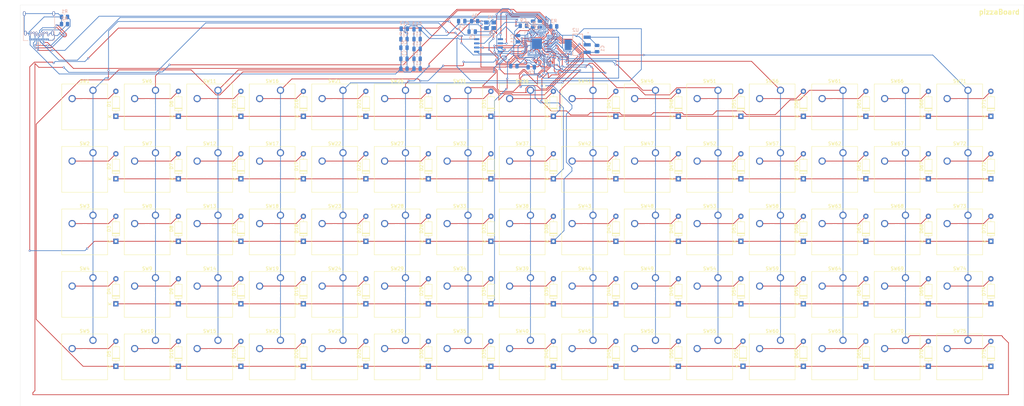
<source format=kicad_pcb>
(kicad_pcb (version 20240108) (generator "pcbnew") (generator_version "8.0")
  (layers (0 "F.Cu" signal) (31 "B.Cu" signal) (34 "B.Paste" user) (35 "F.Paste" user) (36 "B.SilkS" user "B.Silkscreen") (37 "F.SilkS" user "F.Silkscreen") (38 "B.Mask" user) (39 "F.Mask" user) (44 "Edge.Cuts" user))
  (net 0 "")
  (net 1 "GND")
  (net 2 "VBUS")
  (net 3 "+3.3V")
  (net 4 "Net-(C4-Pad2)")
  (net 5 "XIN")
  (net 6 "+1V1")
  (net 7 "R1")
  (net 8 "Net-(D1-A)")
  (net 9 "R2")
  (net 10 "Net-(D2-A)")
  (net 11 "Net-(D3-A)")
  (net 12 "R3")
  (net 13 "Net-(D4-A)")
  (net 14 "R4")
  (net 15 "Net-(D5-A)")
  (net 16 "R5")
  (net 17 "Net-(D6-A)")
  (net 18 "Net-(D7-A)")
  (net 19 "Net-(D8-A)")
  (net 20 "Net-(D9-A)")
  (net 21 "Net-(D10-A)")
  (net 22 "Net-(D11-A)")
  (net 23 "Net-(D12-A)")
  (net 24 "Net-(D13-A)")
  (net 25 "Net-(D14-A)")
  (net 26 "Net-(D15-A)")
  (net 27 "Net-(D16-A)")
  (net 28 "Net-(D17-A)")
  (net 29 "Net-(D18-A)")
  (net 30 "Net-(D19-A)")
  (net 31 "Net-(D20-A)")
  (net 32 "Net-(D21-A)")
  (net 33 "Net-(D22-A)")
  (net 34 "Net-(D23-A)")
  (net 35 "Net-(D24-A)")
  (net 36 "Net-(D25-A)")
  (net 37 "Net-(D26-A)")
  (net 38 "Net-(D27-A)")
  (net 39 "Net-(D28-A)")
  (net 40 "Net-(D29-A)")
  (net 41 "Net-(D30-A)")
  (net 42 "Net-(D31-A)")
  (net 43 "Net-(D32-A)")
  (net 44 "Net-(D33-A)")
  (net 45 "Net-(D34-A)")
  (net 46 "Net-(D35-A)")
  (net 47 "Net-(D36-A)")
  (net 48 "Net-(D37-A)")
  (net 49 "Net-(D38-A)")
  (net 50 "Net-(D39-A)")
  (net 51 "Net-(D40-A)")
  (net 52 "Net-(D41-A)")
  (net 53 "Net-(D42-A)")
  (net 54 "Net-(D43-A)")
  (net 55 "Net-(D44-A)")
  (net 56 "Net-(D45-A)")
  (net 57 "Net-(D46-A)")
  (net 58 "Net-(D47-A)")
  (net 59 "Net-(D48-A)")
  (net 60 "Net-(D49-A)")
  (net 61 "Net-(D50-A)")
  (net 62 "Net-(D51-A)")
  (net 63 "Net-(D52-A)")
  (net 64 "Net-(D53-A)")
  (net 65 "Net-(D54-A)")
  (net 66 "Net-(D55-A)")
  (net 67 "Net-(D56-A)")
  (net 68 "Net-(D57-A)")
  (net 69 "Net-(D58-A)")
  (net 70 "Net-(D59-A)")
  (net 71 "Net-(D60-A)")
  (net 72 "Net-(D61-A)")
  (net 73 "Net-(D62-A)")
  (net 74 "Net-(D63-A)")
  (net 75 "Net-(D64-A)")
  (net 76 "Net-(D65-A)")
  (net 77 "Net-(D66-A)")
  (net 78 "Net-(D67-A)")
  (net 79 "Net-(D68-A)")
  (net 80 "Net-(D69-A)")
  (net 81 "Net-(D70-A)")
  (net 82 "Net-(D71-A)")
  (net 83 "Net-(D72-A)")
  (net 84 "Net-(D73-A)")
  (net 85 "Net-(D74-A)")
  (net 86 "Net-(D75-A)")
  (net 87 "Net-(J1-CC2)")
  (net 88 "Net-(J1-CC1)")
  (net 89 "D-")
  (net 90 "D+")
  (net 91 "QSPI_SS")
  (net 92 "XOUT")
  (net 93 "Net-(U1-USB_DP)")
  (net 94 "Net-(U1-USB_DM)")
  (net 95 "C1")
  (net 96 "C2")
  (net 97 "C3")
  (net 98 "C4")
  (net 99 "C5")
  (net 100 "C6")
  (net 101 "C7")
  (net 102 "C8")
  (net 103 "C9")
  (net 104 "C10")
  (net 105 "C11")
  (net 106 "C12")
  (net 107 "C13")
  (net 108 "C14")
  (net 109 "C15")
  (net 114 "QSPI_SCLK")
  (net 117 "QSPI_SD0")
  (net 119 "QSPI_SD2")
  (net 120 "QSPI_SD1")
  (net 127 "QSPI_SD3")
  (footprint "Diode_THT:D_DO-35_SOD27_P7.62mm_Horizontal" (layer "F.Cu") (at 204.9 114.5 90)
    (property "Reference" "D36")
    (property "Value" "D")
  )
  (footprint "Button_Switch_Keyboard:SW_Cherry_MX_1.00u_PCB" (layer "F.Cu") (at 236.015 182.7625)
    (property "Reference" "SW50")
    (property "Value" "SW_Push")
  )
  (footprint "Diode_THT:D_DO-35_SOD27_P7.62mm_Horizontal" (layer "F.Cu") (at 128.7 171.65 90)
    (property "Reference" "D19")
    (property "Value" "D")
  )
  (footprint "Button_Switch_Keyboard:SW_Cherry_MX_1.00u_PCB" (layer "F.Cu") (at 312.215 163.7125)
    (property "Reference" "SW69")
    (property "Value" "SW_Push")
  )
  (footprint "Diode_THT:D_DO-35_SOD27_P7.62mm_Horizontal" (layer "F.Cu") (at 338.25 171.65 90)
    (property "Reference" "D74")
    (property "Value" "D")
  )
  (footprint "Diode_THT:D_DO-35_SOD27_P7.62mm_Horizontal" (layer "F.Cu") (at 243 133.55 90)
    (property "Reference" "D47")
    (property "Value" "D")
  )
  (footprint "Button_Switch_Keyboard:SW_Cherry_MX_1.00u_PCB" (layer "F.Cu") (at 274.115 125.6125)
    (property "Reference" "SW57")
    (property "Value" "SW_Push")
  )
  (footprint "Button_Switch_Keyboard:SW_Cherry_MX_1.00u_PCB" (layer "F.Cu") (at 274.115 182.7625)
    (property "Reference" "SW60")
    (property "Value" "SW_Push")
  )
  (footprint "Diode_THT:D_DO-35_SOD27_P7.62mm_Horizontal" (layer "F.Cu") (at 338.25 190.7 90)
    (property "Reference" "D75")
    (property "Value" "D")
  )
  (footprint "Button_Switch_Keyboard:SW_Cherry_MX_1.00u_PCB" (layer "F.Cu") (at 83.615 182.7625)
    (property "Reference" "SW10")
    (property "Value" "SW_Push")
  )
  (footprint "Button_Switch_Keyboard:SW_Cherry_MX_1.00u_PCB" (layer "F.Cu") (at 102.665 144.6625)
    (property "Reference" "SW13")
    (property "Value" "SW_Push")
  )
  (footprint "Button_Switch_Keyboard:SW_Cherry_MX_1.00u_PCB" (layer "F.Cu") (at 312.215 106.5625)
    (property "Reference" "SW66")
    (property "Value" "SW_Push")
  )
  (footprint "Diode_THT:D_DO-35_SOD27_P7.62mm_Horizontal" (layer "F.Cu") (at 319.2 133.55 90)
    (property "Reference" "D67")
    (property "Value" "D")
  )
  (footprint "Diode_THT:D_DO-35_SOD27_P7.62mm_Horizontal" (layer "F.Cu") (at 300.15 171.65 90)
    (property "Reference" "D64")
    (property "Value" "D")
  )
  (footprint "Diode_THT:D_DO-35_SOD27_P7.62mm_Horizontal" (layer "F.Cu") (at 204.9 190.7 90)
    (property "Reference" "D40")
    (property "Value" "D")
  )
  (footprint "Button_Switch_Keyboard:SW_Cherry_MX_1.00u_PCB" (layer "F.Cu") (at 216.965 163.7125)
    (property "Reference" "SW44")
    (property "Value" "SW_Push")
  )
  (footprint "Diode_THT:D_DO-35_SOD27_P7.62mm_Horizontal" (layer "F.Cu") (at 166.8 171.65 90)
    (property "Reference" "D29")
    (property "Value" "D")
  )
  (footprint "Diode_THT:D_DO-35_SOD27_P7.62mm_Horizontal" (layer "F.Cu") (at 223.95 152.6 90)
    (property "Reference" "D43")
    (property "Value" "D")
  )
  (footprint "Diode_THT:D_DO-35_SOD27_P7.62mm_Horizontal" (layer "F.Cu") (at 71.55 133.55 90)
    (property "Reference" "D2")
    (property "Value" "D")
  )
  (footprint "Button_Switch_Keyboard:SW_Cherry_MX_1.00u_PCB" (layer "F.Cu") (at 236.015 106.5625)
    (property "Reference" "SW46")
    (property "Value" "SW_Push")
  )
  (footprint "Button_Switch_Keyboard:SW_Cherry_MX_1.00u_PCB" (layer "F.Cu") (at 312.215 144.6625)
    (property "Reference" "SW68")
    (property "Value" "SW_Push")
  )
  (footprint "Diode_THT:D_DO-35_SOD27_P7.62mm_Horizontal" (layer "F.Cu") (at 166.8 114.5 90)
    (property "Reference" "D26")
    (property "Value" "D")
  )
  (footprint "Button_Switch_Keyboard:SW_Cherry_MX_1.00u_PCB" (layer "F.Cu") (at 83.615 106.5625)
    (property "Reference" "SW6")
    (property "Value" "SW_Push")
  )
  (footprint "Diode_THT:D_DO-35_SOD27_P7.62mm_Horizontal" (layer "F.Cu") (at 185.85 152.6 90)
    (property "Reference" "D33")
    (property "Value" "D")
  )
  (footprint "Button_Switch_Keyboard:SW_Cherry_MX_1.00u_PCB" (layer "F.Cu") (at 312.215 125.6125)
    (property "Reference" "SW67")
    (property "Value" "SW_Push")
  )
  (footprint "Diode_THT:D_DO-35_SOD27_P7.62mm_Horizontal" (layer "F.Cu") (at 319.2 190.7 90)
    (property "Reference" "D70")
    (property "Value" "D")
  )
  (footprint "Diode_THT:D_DO-35_SOD27_P7.62mm_Horizontal" (layer "F.Cu") (at 300.15 152.6 90)
    (property "Reference" "D63")
    (property "Value" "D")
  )
  (footprint "Diode_THT:D_DO-35_SOD27_P7.62mm_Horizontal" (layer "F.Cu") (at 71.55 114.5 90)
    (property "Reference" "D1")
    (property "Value" "D")
  )
  (footprint "Button_Switch_Keyboard:SW_Cherry_MX_1.00u_PCB" (layer "F.Cu") (at 236.015 144.6625)
    (property "Reference" "SW48")
    (property "Value" "SW_Push")
  )
  (footprint "Diode_THT:D_DO-35_SOD27_P7.62mm_Horizontal" (layer "F.Cu") (at 71.55 190.7 90)
    (property "Reference" "D5")
    (property "Value" "D")
  )
  (footprint "Button_Switch_Keyboard:SW_Cherry_MX_1.00u_PCB" (layer "F.Cu") (at 197.915 125.6125)
    (property "Reference" "SW37")
    (property "Value" "SW_Push")
  )
  (footprint "Button_Switch_Keyboard:SW_Cherry_MX_1.00u_PCB" (layer "F.Cu") (at 83.615 125.6125)
    (property "Reference" "SW7")
    (property "Value" "SW_Push")
  )
  (footprint "Diode_THT:D_DO-35_SOD27_P7.62mm_Horizontal" (layer "F.Cu") (at 281.1 114.5 90)
    (property "Reference" "D56")
    (property "Value" "D")
  )
  (footprint "Diode_THT:D_DO-35_SOD27_P7.62mm_Horizontal" (layer "F.Cu") (at 223.95 171.65 90)
    (property "Reference" "D44")
    (property "Value" "D")
  )
  (footprint "Diode_THT:D_DO-35_SOD27_P7.62mm_Horizontal" (layer "F.Cu") (at 128.7 114.5 90)
    (property "Reference" "D16")
    (property "Value" "D")
  )
  (footprint "Button_Switch_Keyboard:SW_Cherry_MX_1.00u_PCB" (layer "F.Cu") (at 255.065 182.7625)
    (property "Reference" "SW55")
    (property "Value" "SW_Push")
  )
  (footprint "Diode_THT:D_DO-35_SOD27_P7.62mm_Horizontal" (layer "F.Cu") (at 147.75 114.5 90)
    (property "Reference" "D21")
    (property "Value" "D")
  )
  (footprint "Diode_THT:D_DO-35_SOD27_P7.62mm_Horizontal" (layer "F.Cu") (at 204.9 152.6 90)
    (property "Reference" "D38")
    (property "Value" "D")
  )
  (footprint "Button_Switch_Keyboard:SW_Cherry_MX_1.00u_PCB" (layer "F.Cu") (at 293.165 106.5625)
    (property "Reference" "SW61")
    (property "Value" "SW_Push")
  )
  (footprint "Diode_THT:D_DO-35_SOD27_P7.62mm_Horizontal" (layer "F.Cu") (at 71.55 152.6 90)
    (property "Reference" "D3")
    (property "Value" "D")
  )
  (footprint "Diode_THT:D_DO-35_SOD27_P7.62mm_Horizontal" (layer "F.Cu") (at 243 171.65 90)
    (property "Reference" "D49")
    (property "Value" "D")
  )
  (footprint "Button_Switch_Keyboard:SW_Cherry_MX_1.00u_PCB" (layer "F.Cu") (at 293.165 125.6125)
    (property "Reference" "SW62")
    (property "Value" "SW_Push")
  )
  (footprint "Diode_THT:D_DO-35_SOD27_P7.62mm_Horizontal" (layer "F.Cu") (at 281.1 152.6 90)
    (property "Reference" "D58")
    (property "Value" "D")
  )
  (footprint "Diode_THT:D_DO-35_SOD27_P7.62mm_Horizontal" (layer "F.Cu") (at 90.6 133.55 90)
    (property "Reference" "D7")
    (property "Value" "D")
  )
  (footprint "Diode_THT:D_DO-35_SOD27_P7.62mm_Horizontal" (layer "F.Cu") (at 262.05 133.55 90)
    (property "Reference" "D52")
    (property "Value" "D")
  )
  (footprint "Diode_THT:D_DO-35_SOD27_P7.62mm_Horizontal" (layer "F.Cu") (at 243 152.6 90)
    (property "Reference" "D48")
    (property "Value" "D")
  )
  (footprint "Button_Switch_Keyboard:SW_Cherry_MX_1.00u_PCB" (layer "F.Cu") (at 236.015 125.6125)
    (property "Reference" "SW47")
    (property "Value" "SW_Push")
  )
  (footprint "Button_Switch_Keyboard:SW_Cherry_MX_1.00u_PCB" (layer "F.Cu") (at 293.165 163.7125)
    (property "Reference" "SW64")
    (property "Value" "SW_Push")
  )
  (footprint "Button_Switch_Keyboard:SW_Cherry_MX_1.00u_PCB" (layer "F.Cu") (at 216.965 144.6625)
    (property "Reference" "SW43")
    (property "Value" "SW_Push")
  )
  (footprint "Button_Switch_Keyboard:SW_Cherry_MX_1.00u_PCB" (layer "F.Cu") (at 274.115 106.5625)
    (property "Reference" "SW56")
    (property "Value" "SW_Push")
  )
  (footprint "Button_Switch_Keyboard:SW_Cherry_MX_1.00u_PCB" (layer "F.Cu") (at 121.715 144.6625)
    (property "Reference" "SW18")
    (property "Value" "SW_Push")
  )
  (footprint "Button_Switch_Keyboard:SW_Cherry_MX_1.00u_PCB" (layer "F.Cu") (at 159.815 125.6125)
    (property "Reference" "SW27")
    (property "Value" "SW_Push")
  )
  (footprint "Diode_THT:D_DO-35_SOD27_P7.62mm_Horizontal" (layer "F.Cu") (at 128.7 152.6 90)
    (property "Reference" "D18")
    (property "Value" "D")
  )
  (footprint "Diode_THT:D_DO-35_SOD27_P7.62mm_Horizontal" (layer "F.Cu") (at 262.05 114.5 90)
    (property "Reference" "D51")
    (property "Value" "D")
  )
  (footprint "Diode_THT:D_DO-35_SOD27_P7.62mm_Horizontal" (layer "F.Cu") (at 147.75 152.6 90)
    (property "Reference" "D23")
    (property "Value" "D")
  )
  (footprint "Button_Switch_Keyboard:SW_Cherry_MX_1.00u_PCB" (layer "F.Cu") (at 178.865 163.7125)
    (property "Reference" "SW34")
    (property "Value" "SW_Push")
  )
  (footprint "Button_Switch_Keyboard:SW_Cherry_MX_1.00u_PCB" (layer "F.Cu") (at 236.015 163.7125)
    (property "Reference" "SW49")
    (property "Value" "SW_Push")
  )
  (footprint "Diode_THT:D_DO-35_SOD27_P7.62mm_Horizontal" (layer "F.Cu") (at 109.65 190.7 90)
    (property "Reference" "D15")
    (property "Value" "D")
  )
  (footprint "Button_Switch_Keyboard:SW_Cherry_MX_1.00u_PCB" (layer "F.Cu") (at 121.715 125.6125)
    (property "Reference" "SW17")
    (property "Value" "SW_Push")
  )
  (footprint "Diode_THT:D_DO-35_SOD27_P7.62mm_Horizontal" (layer "F.Cu") (at 71.55 171.65 90)
    (property "Reference" "D4")
    (property "Value" "D")
  )
  (footprint "Button_Switch_Keyboard:SW_Cherry_MX_1.00u_PCB" (layer "F.Cu") (at 274.115 144.6625)
    (property "Reference" "SW58")
    (property "Value" "SW_Push")
  )
  (footprint "Button_Switch_Keyboard:SW_Cherry_MX_1.00u_PCB" (layer "F.Cu") (at 121.715 106.5625)
    (property "Reference" "SW16")
    (property "Value" "SW_Push")
  )
  (footprint "Button_Switch_Keyboard:SW_Cherry_MX_1.00u_PCB" (layer "F.Cu") (at 255.065 163.7125)
    (property "Reference" "SW54")
    (property "Value" "SW_Push")
  )
  (footprint "Button_Switch_Keyboard:SW_Cherry_MX_1.00u_PCB" (layer "F.Cu") (at 178.865 144.6625)
    (property "Reference" "SW33")
    (property "Value" "SW_Push")
  )
  (footprint "Button_Switch_Keyboard:SW_Cherry_MX_1.00u_PCB" (layer "F.Cu") (at 216.965 182.7625)
    (property "Reference" "SW45")
    (property "Value" "SW_Push")
  )
  (footprint "Diode_THT:D_DO-35_SOD27_P7.62mm_Horizontal" (layer "F.Cu") (at 281.1 190.7 90)
    (property "Reference" "D60")
    (property "Value" "D")
  )
  (footprint "Button_Switch_Keyboard:SW_Cherry_MX_1.00u_PCB" (layer "F.Cu") (at 331.265 106.5625)
    (property "Reference" "SW71")
    (property "Value" "SW_Push")
  )
  (footprint "Button_Switch_Keyboard:SW_Cherry_MX_1.00u_PCB" (layer "F.Cu") (at 64.565 163.7125)
    (property "Reference" "SW4")
    (property "Value" "SW_Push")
  )
  (footprint "Diode_THT:D_DO-35_SOD27_P7.62mm_Horizontal" (layer "F.Cu") (at 147.75 171.65 90)
    (property "Reference" "D24")
    (property "Value" "D")
  )
  (footprint "Diode_THT:D_DO-35_SOD27_P7.62mm_Horizontal" (layer "F.Cu") (at 338.25 152.6 90)
    (property "Reference" "D73")
    (property "Value" "D")
  )
  (footprint "Diode_THT:D_DO-35_SOD27_P7.62mm_Horizontal" (layer "F.Cu") (at 262.05 171.65 90)
    (property "Reference" "D54")
    (property "Value" "D")
  )
  (footprint "Diode_THT:D_DO-35_SOD27_P7.62mm_Horizontal" (layer "F.Cu") (at 319.2 171.65 90)
    (property "Reference" "D69")
    (property "Value" "D")
  )
  (footprint "Diode_THT:D_DO-35_SOD27_P7.62mm_Horizontal" (layer "F.Cu") (at 109.65 171.65 90)
    (property "Reference" "D14")
    (property "Value" "D")
  )
  (footprint "Diode_THT:D_DO-35_SOD27_P7.62mm_Horizontal" (layer "F.Cu") (at 223.95 133.55 90)
    (property "Reference" "D42")
    (property "Value" "D")
  )
  (footprint "Button_Switch_Keyboard:SW_Cherry_MX_1.00u_PCB" (layer "F.Cu") (at 255.065 106.5625)
    (property "Reference" "SW51")
    (property "Value" "SW_Push")
  )
  (footprint "Button_Switch_Keyboard:SW_Cherry_MX_1.00u_PCB" (layer "F.Cu") (at 140.765 125.6125)
    (property "Reference" "SW22")
    (property "Value" "SW_Push")
  )
  (footprint "Button_Switch_Keyboard:SW_Cherry_MX_1.00u_PCB" (layer "F.Cu") (at 331.265 182.7625)
    (property "Reference" "SW75")
    (property "Value" "SW_Push")
  )
  (footprint "Diode_THT:D_DO-35_SOD27_P7.62mm_Horizontal" (layer "F.Cu") (at 281.1 133.55 90)
    (property "Reference" "D57")
    (property "Value" "D")
  )
  (footprint "Diode_THT:D_DO-35_SOD27_P7.62mm_Horizontal" (layer "F.Cu") (at 319.2 152.6 90)
    (property "Reference" "D68")
    (property "Value" "D")
  )
  (footprint "Button_Switch_Keyboard:SW_Cherry_MX_1.00u_PCB" (layer "F.Cu") (at 197.915 163.7125)
    (property "Reference" "SW39")
    (property "Value" "SW_Push")
  )
  (footprint "Button_Switch_Keyboard:SW_Cherry_MX_1.00u_PCB" (layer "F.Cu") (at 159.815 106.5625)
    (property "Reference" "SW26")
    (property "Value" "SW_Push")
  )
  (footprint "Diode_THT:D_DO-35_SOD27_P7.62mm_Horizontal" (layer "F.Cu") (at 166.8 190.7 90)
    (property "Reference" "D30")
    (property "Value" "D")
  )
  (footprint "Button_Switch_Keyboard:SW_Cherry_MX_1.00u_PCB" (layer "F.Cu") (at 64.565 125.6125)
    (property "Reference" "SW2")
    (property "Value" "SW_Push")
  )
  (footprint "Button_Switch_Keyboard:SW_Cherry_MX_1.00u_PCB" (layer "F.Cu") (at 293.165 144.6625)
    (property "Reference" "SW63")
    (property "Value" "SW_Push")
  )
  (footprint "Diode_THT:D_DO-35_SOD27_P7.62mm_Horizontal" (layer "F.Cu") (at 90.6 114.5 90)
    (property "Reference" "D6")
    (property "Value" "D")
  )
  (footprint "Diode_THT:D_DO-35_SOD27_P7.62mm_Horizontal" (layer "F.Cu") (at 109.65 114.5 90)
    (property "Reference" "D11")
    (property "Value" "D")
  )
  (footprint "Diode_THT:D_DO-35_SOD27_P7.62mm_Horizontal" (layer "F.Cu") (at 281.1 171.65 90)
    (property "Reference" "D59")
    (property "Value" "D")
  )
  (footprint "Diode_THT:D_DO-35_SOD27_P7.62mm_Horizontal" (layer "F.Cu") (at 338.25 114.5 90)
    (property "Reference" "D71")
    (property "Value" "D")
  )
  (footprint "Diode_THT:D_DO-35_SOD27_P7.62mm_Horizontal" (layer "F.Cu") (at 109.65 133.55 90)
    (property "Reference" "D12")
    (property "Value" "D")
  )
  (footprint "Diode_THT:D_DO-35_SOD27_P7.62mm_Horizontal" (layer "F.Cu") (at 147.75 190.7 90)
    (property "Reference" "D25")
    (property "Value" "D")
  )
  (footprint "Button_Switch_Keyboard:SW_Cherry_MX_1.00u_PCB" (layer "F.Cu") (at 140.765 106.5625)
    (property "Reference" "SW21")
    (property "Value" "SW_Push")
  )
  (footprint "Diode_THT:D_DO-35_SOD27_P7.62mm_Horizontal" (layer "F.Cu") (at 166.8 152.6 90)
    (property "Reference" "D28")
    (property "Value" "D")
  )
  (footprint "Diode_THT:D_DO-35_SOD27_P7.62mm_Horizontal" (layer "F.Cu") (at 166.8 133.55 90)
    (property "Reference" "D27")
    (property "Value" "D")
  )
  (footprint "Button_Switch_Keyboard:SW_Cherry_MX_1.00u_PCB" (layer "F.Cu") (at 159.815 182.7625)
    (property "Reference" "SW30")
    (property "Value" "SW_Push")
  )
  (footprint "Diode_THT:D_DO-35_SOD27_P7.62mm_Horizontal" (layer "F.Cu") (at 319.2 114.5 90)
    (property "Reference" "D66")
    (property "Value" "D")
  )
  (footprint "Button_Switch_Keyboard:SW_Cherry_MX_1.00u_PCB" (layer "F.Cu") (at 197.915 182.7625)
    (property "Reference" "SW40")
    (property "Value" "SW_Push")
  )
  (footprint "Diode_THT:D_DO-35_SOD27_P7.62mm_Horizontal" (layer "F.Cu") (at 90.6 190.7 90)
    (property "Reference" "D10")
    (property "Value" "D")
  )
  (footprint "Diode_THT:D_DO-35_SOD27_P7.62mm_Horizontal" (layer "F.Cu") (at 128.7 190.7 90)
    (property "Reference" "D20")
    (property "Value" "D")
  )
  (footprint "Button_Switch_Keyboard:SW_Cherry_MX_1.00u_PCB" (layer "F.Cu") (at 102.665 106.5625)
    (property "Reference" "SW11")
    (property "Value" "SW_Push")
  )
  (footprint "Button_Switch_Keyboard:SW_Cherry_MX_1.00u_PCB" (layer "F.Cu") (at 312.215 182.7625)
    (property "Reference" "SW70")
    (property "Value" "SW_Push")
  )
  (footprint "Diode_THT:D_DO-35_SOD27_P7.62mm_Horizontal" (layer "F.Cu") (at 204.9 171.65 90)
    (property "Reference" "D39")
    (property "Value" "D")
  )
  (footprint "Button_Switch_Keyboard:SW_Cherry_MX_1.00u_PCB" (layer "F.Cu") (at 140.765 144.6625)
    (property "Reference" "SW23")
    (property "Value" "SW_Push")
  )
  (footprint "Diode_THT:D_DO-35_SOD27_P7.62mm_Horizontal" (layer "F.Cu") (at 262.69 190.66 90)
    (property "Reference" "D55")
    (property "Value" "D")
  )
  (footprint "Diode_THT:D_DO-35_SOD27_P7.62mm_Horizontal" (layer "F.Cu") (at 90.6 152.6 90)
    (property "Reference" "D8")
    (property "Value" "D")
  )
  (footprint "Button_Switch_Keyboard:SW_Cherry_MX_1.00u_PCB" (layer "F.Cu") (at 178.865 106.5625)
    (property "Reference" "SW31")
    (property "Value" "SW_Push")
  )
  (footprint "Diode_THT:D_DO-35_SOD27_P7.62mm_Horizontal" (layer "F.Cu") (at 185.85 133.55 90)
    (property "Reference" "D32")
    (property "Value" "D")
  )
  (footprint "Diode_THT:D_DO-35_SOD27_P7.62mm_Horizontal" (layer "F.Cu") (at 300.15 133.55 90)
    (property "Reference" "D62")
    (property "Value" "D")
  )
  (footprint "Button_Switch_Keyboard:SW_Cherry_MX_1.00u_PCB" (layer "F.Cu") (at 293.165 182.7625)
    (property "Reference" "SW65")
    (property "Value" "SW_Push")
  )
  (footprint "Diode_THT:D_DO-35_SOD27_P7.62mm_Horizontal" (layer "F.Cu") (at 262.05 152.6 90)
    (property "Reference" "D53")
    (property "Value" "D")
  )
  (footprint "Button_Switch_Keyboard:SW_Cherry_MX_1.00u_PCB" (layer "F.Cu") (at 64.565 182.7625)
    (property "Reference" "SW5")
    (property "Value" "SW_Push")
  )
  (footprint "Diode_THT:D_DO-35_SOD27_P7.62mm_Horizontal" (layer "F.Cu") (at 128.7 133.55 90)
    (property "Reference" "D17")
    (property "Value" "D")
  )
  (footprint "Diode_THT:D_DO-35_SOD27_P7.62mm_Horizontal" (layer "F.Cu") (at 185.85 171.65 90)
    (property "Reference" "D34")
    (property "Value" "D")
  )
  (footprint "Button_Switch_Keyboard:SW_Cherry_MX_1.00u_PCB" (layer "F.Cu") (at 159.815 144.6625)
    (property "Reference" "SW28")
    (property "Value" "SW_Push")
  )
  (footprint "Button_Switch_Keyboard:SW_Cherry_MX_1.00u_PCB" (layer "F.Cu") (at 197.915 144.6625)
    (property "Reference" "SW38")
    (property "Value" "SW_Push")
  )
  (footprint "Button_Switch_Keyboard:SW_Cherry_MX_1.00u_PCB" (layer "F.Cu") (at 121.715 163.7125)
    (property "Reference" "SW19")
    (property "Value" "SW_Push")
  )
  (footprint "Button_Switch_Keyboard:SW_Cherry_MX_1.00u_PCB" (layer "F.Cu") (at 140.765 163.7125)
    (property "Reference" "SW24")
    (property "Value" "SW_Push")
  )
  (footprint "Diode_THT:D_DO-35_SOD27_P7.62mm_Horizontal" (layer "F.Cu") (at 204.9 133.55 90)
    (property "Reference" "D37")
    (property "Value" "D")
  )
  (footprint "Button_Switch_Keyboard:SW_Cherry_MX_1.00u_PCB" (layer "F.Cu") (at 64.565 106.5625)
    (property "Reference" "SW1")
    (property "Value" "SW_Push")
  )
  (footprint "Button_Switch_Keyboard:SW_Cherry_MX_1.00u_PCB" (layer "F.Cu") (at 159.815 163.7125)
    (property "Reference" "SW29")
    (property "Value" "SW_Push")
  )
  (footprint "Diode_THT:D_DO-35_SOD27_P7.62mm_Horizontal" (layer "F.Cu") (at 300.15 190.7 90)
    (property "Reference" "D65")
    (property "Value" "D")
  )
  (footprint "Diode_THT:D_DO-35_SOD27_P7.62mm_Horizontal" (layer "F.Cu") (at 185.85 190.7 90)
    (property "Reference" "D35")
    (property "Value" "D")
  )
  (footprint "Button_Switch_Keyboard:SW_Cherry_MX_1.00u_PCB" (layer "F.Cu") (at 331.265 163.7125)
    (property "Reference" "SW74")
    (property "Value" "SW_Push")
  )
  (footprint "Button_Switch_Keyboard:SW_Cherry_MX_1.00u_PCB" (layer "F.Cu") (at 102.665 125.6125)
    (property "Reference" "SW12")
    (property "Value" "SW_Push")
  )
  (footprint "Button_Switch_Keyboard:SW_Cherry_MX_1.00u_PCB" (layer "F.Cu") (at 83.615 144.6625)
    (property "Reference" "SW8")
    (property "Value" "SW_Push")
  )
  (footprint "Diode_THT:D_DO-35_SOD27_P7.62mm_Horizontal" (layer "F.Cu") (at 147.75 133.55 90)
    (property "Reference" "D22")
    (property "Value" "D")
  )
  (footprint "Diode_THT:D_DO-35_SOD27_P7.62mm_Horizontal" (layer "F.Cu") (at 300.15 114.5 90)
    (property "Reference" "D61")
    (property "Value" "D")
  )
  (footprint "Button_Switch_Keyboard:SW_Cherry_MX_1.00u_PCB" (layer "F.Cu") (at 83.615 163.7125)
    (property "Reference" "SW9")
    (property "Value" "SW_Push")
  )
  (footprint "Button_Switch_Keyboard:SW_Cherry_MX_1.00u_PCB" (layer "F.Cu") (at 274.115 163.7125)
    (property "Reference" "SW59")
    (property "Value" "SW_Push")
  )
  (footprint "Button_Switch_Keyboard:SW_Cherry_MX_1.00u_PCB" (layer "F.Cu") (at 102.665 182.7625)
    (property "Reference" "SW15")
    (property "Value" "SW_Push")
  )
  (footprint "Diode_THT:D_DO-35_SOD27_P7.62mm_Horizontal" (layer "F.Cu") (at 243 114.5 90)
    (property "Reference" "D46")
    (property "Value" "D")
  )
  (footprint "Diode_THT:D_DO-35_SOD27_P7.62mm_Horizontal" (layer "F.Cu") (at 223.95 114.5 90)
    (property "Reference" "D41")
    (property "Value" "D")
  )
  (footprint "Button_Switch_Keyboard:SW_Cherry_MX_1.00u_PCB" (layer "F.Cu") (at 102.665 163.7125)
    (property "Reference" "SW14")
    (property "Value" "SW_Push")
  )
  (footprint "Diode_THT:D_DO-35_SOD27_P7.62mm_Horizontal" (layer "F.Cu") (at 223.95 190.7 90)
    (property "Reference" "D45")
    (property "Value" "D")
  )
  (footprint "Diode_THT:D_DO-35_SOD27_P7.62mm_Horizontal" (layer "F.Cu") (at 109.65 152.6 90)
    (property "Reference" "D13")
    (property "Value" "D")
  )
  (footprint "Button_Switch_Keyboard:SW_Cherry_MX_1.00u_PCB" (layer "F.Cu") (at 331.265 125.6125)
    (property "Reference" "SW72")
    (property "Value" "SW_Push")
  )
  (footprint "Diode_THT:D_DO-35_SOD27_P7.62mm_Horizontal" (layer "F.Cu") (at 338.25 133.55 90)
    (property "Reference" "D72")
    (property "Value" "D")
  )
  (footprint "Button_Switch_Keyboard:SW_Cherry_MX_1.00u_PCB" (layer "F.Cu") (at 255.065 144.6625)
    (property "Reference" "SW53")
    (property "Value" "SW_Push")
  )
  (footprint "Button_Switch_Keyboard:SW_Cherry_MX_1.00u_PCB" (layer "F.Cu") (at 140.765 182.7625)
    (property "Reference" "SW25")
    (property "Value" "SW_Push")
  )
  (footprint "Button_Switch_Keyboard:SW_Cherry_MX_1.00u_PCB" (layer "F.Cu") (at 178.865 182.7625)
    (property "Reference" "SW35")
    (property "Value" "SW_Push")
  )
  (footprint "Button_Switch_Keyboard:SW_Cherry_MX_1.00u_PCB" (layer "F.Cu") (at 64.565 144.6625)
    (property "Reference" "SW3")
    (property "Value" "SW_Push")
  )
  (footprint "Diode_THT:D_DO-35_SOD27_P7.62mm_Horizontal" (layer "F.Cu") (at 90.6 171.65 90)
    (property "Reference" "D9")
    (property "Value" "D")
  )
  (footprint "Button_Switch_Keyboard:SW_Cherry_MX_1.00u_PCB" (layer "F.Cu") (at 255.065 125.6125)
    (property "Reference" "SW52")
    (property "Value" "SW_Push")
  )
  (footprint "Button_Switch_Keyboard:SW_Cherry_MX_1.00u_PCB" (layer "F.Cu") (at 331.265 144.6625)
    (property "Reference" "SW73")
    (property "Value" "SW_Push")
  )
  (footprint "Button_Switch_Keyboard:SW_Cherry_MX_1.00u_PCB" (layer "F.Cu") (at 216.965 125.6125)
    (property "Reference" "SW42")
    (property "Value" "SW_Push")
  )
  (footprint "Button_Switch_Keyboard:SW_Cherry_MX_1.00u_PCB" (layer "F.Cu") (at 197.915 106.5625)
    (property "Reference" "SW36")
    (property "Value" "SW_Push")
  )
  (footprint "Diode_THT:D_DO-35_SOD27_P7.62mm_Horizontal" (layer "F.Cu") (at 243 190.7 90)
    (property "Reference" "D50")
    (property "Value" "D")
  )
  (footprint "Diode_THT:D_DO-35_SOD27_P7.62mm_Horizontal" (layer "F.Cu") (at 185.85 114.5 90)
    (property "Reference" "D31")
    (property "Value" "D")
  )
  (footprint "Button_Switch_Keyboard:SW_Cherry_MX_1.00u_PCB" (layer "F.Cu") (at 178.865 125.6125)
    (property "Reference" "SW32")
    (property "Value" "SW_Push")
  )
  (footprint "Button_Switch_Keyboard:SW_Cherry_MX_1.00u_PCB" (layer "F.Cu") (at 216.965 106.5625)
    (property "Reference" "SW41")
    (property "Value" "SW_Push")
  )
  (footprint "Button_Switch_Keyboard:SW_Cherry_MX_1.00u_PCB" (layer "F.Cu") (at 121.715 182.7625)
    (property "Reference" "SW20")
    (property "Value" "SW_Push")
  )
  (footprint "Capacitor_SMD:C_0805_2012Metric" (layer "B.Cu") (at 159.35 97 180)
    (property "Reference" "C2")
    (property "Value" "10u")
  )
  (footprint "Resistor_SMD:R_0805_2012Metric" (layer "B.Cu") (at 55.8875 84.2 180)
    (property "Reference" "R1")
    (property "Value" "R")
  )
  (footprint "Capacitor_SMD:C_0805_2012Metric" (layer "B.Cu") (at 163.35 93.99 180)
    (property "Reference" "C15")
    (property "Value" "100n")
  )
  (footprint "Capacitor_SMD:C_0805_2012Metric" (layer "B.Cu") (at 159.35 100.01 180)
    (property "Reference" "C3")
    (property "Value" "100n")
  )
  (footprint "Capacitor_SMD:C_0805_2012Metric" (layer "B.Cu") (at 159.35 93.6 180)
    (property "Reference" "C6")
    (property "Value" "10u")
  )
  (footprint "Capacitor_SMD:C_0805_2012Metric" (layer "B.Cu") (at 176.95 85.5)
    (property "Reference" "C4")
    (property "Value" "15p")
  )
  (footprint "Capacitor_SMD:C_0805_2012Metric" (layer "B.Cu") (at 163.35 97 180)
    (property "Reference" "C16")
    (property "Value" "100n")
  )
  (footprint "NCP1117:SOT230P700X180-4N" (layer "B.Cu") (at 212.3 92.7 180)
    (property "Reference" "U2")
    (property "Value" "NCP1117-3.3_SOT223")
  )
  (footprint "Package_DFN_QFN:QFN-56-1EP_7x7mm_P0.4mm_EP3.2x3.2mm" (layer "B.Cu") (at 199.8 92.4 180)
    (property "Reference" "U1")
    (property "Value" "RP2040")
  )
  (footprint "Resistor_SMD:R_0805_2012Metric" (layer "B.Cu") (at 55.8875 86.4 180)
    (property "Reference" "R2")
    (property "Value" "R")
  )
  (footprint "Capacitor_SMD:C_0805_2012Metric" (layer "B.Cu") (at 195.75 86.9 180)
    (property "Reference" "C9")
    (property "Value" "1u")
  )
  (footprint "Capacitor_SMD:C_0805_2012Metric" (layer "B.Cu") (at 163.35 100.01 180)
    (property "Reference" "C17")
    (property "Value" "100n")
  )
  (footprint "W25xxxxxx:SOIC127P790X216-8N" (layer "B.Cu") (at 185.135 92.9 180)
    (property "Reference" "U3")
    (property "Value" "W25Q128JVS")
  )
  (footprint "Capacitor_SMD:C_0805_2012Metric" (layer "B.Cu") (at 180.15 88.71)
    (property "Reference" "C5")
    (property "Value" "15p")
  )
  (footprint "Crystal:Crystal_SMD_3225-4Pin_3.2x2.5mm" (layer "B.Cu") (at 185.6 86.75 180)
    (property "Reference" "Y1")
    (property "Value" "ABM8-272-T3")
  )
  (footprint "Capacitor_SMD:C_0805_2012Metric" (layer "B.Cu") (at 163.35 90.98 180)
    (property "Reference" "C14")
    (property "Value" "100n")
  )
  (footprint "Resistor_SMD:R_0805_2012Metric" (layer "B.Cu") (at 200.8 86.4125 -90)
    (property "Reference" "R5")
    (property "Value" "27")
  )
  (footprint "Capacitor_SMD:C_0805_2012Metric" (layer "B.Cu") (at 192.85 99.2 180)
    (property "Reference" "C7")
    (property "Value" "100n")
  )
  (footprint "Capacitor_SMD:C_0805_2012Metric" (layer "B.Cu") (at 194.1 90.85 -90)
    (property "Reference" "C11")
    (property "Value" "1u")
  )
  (footprint "Capacitor_SMD:C_0805_2012Metric" (layer "B.Cu") (at 198.15 99.5)
    (property "Reference" "C8")
    (property "Value" "100n")
  )
  (footprint "Resistor_SMD:R_0805_2012Metric" (layer "B.Cu") (at 198.7 86.4125 -90)
    (property "Reference" "R6")
    (property "Value" "27")
  )
  (footprint "Resistor_SMD:R_0805_2012Metric" (layer "B.Cu") (at 180.8875 85.5 180)
    (property "Reference" "R4")
    (property "Value" "1k")
  )
  (footprint "Capacitor_SMD:C_0805_2012Metric" (layer "B.Cu") (at 163.35 87.97 180)
    (property "Reference" "C13")
    (property "Value" "100n")
  )
  (footprint "Resistor_SMD:R_0805_2012Metric" (layer "B.Cu") (at 205 87.1 180)
    (property "Reference" "R3")
    (property "Value" "R")
  )
  (footprint "Connector_USB:USB_C_Receptacle_Amphenol_12401548E4-2A" (layer "B.Cu") (at 48.11 86.04)
    (property "Reference" "J1")
    (property "Value" "USB_C_Receptacle_USB2.0_14P")
  )
  (footprint "Capacitor_SMD:C_0805_2012Metric" (layer "B.Cu") (at 159.35 91 180)
    (property "Reference" "C10")
    (property "Value" "100n")
  )
  (footprint "Capacitor_SMD:C_0805_2012Metric" (layer "B.Cu") (at 159.45 87.8 180)
    (property "Reference" "C12")
    (property "Value" "100n")
  )
  (footprint "Capacitor_SMD:C_0805_2012Metric" (layer "B.Cu") (at 218.2 93.85 90)
    (property "Reference" "C1")
    (property "Value" "10u")
  )
  (gr_rect (start 42.44 80.57) (end 348.32 202.87) (stroke (width 0.05)) (fill none) (layer "Edge.Cuts"))
  (gr_text "pizzaBoard\n" (at 334.43 83.59 0) (layer "F.SilkS") (effects (font (size 1.5 1.5) (thickness 0.3) (bold yes)) (justify left bottom)))
  (segment (start 56.472887 89.921416) (end 56.472887 89.424358) (width 0.2) (layer "F.Cu") (net 1))
  (segment (start 56.121416 90.272887) (end 56.472887 89.921416) (width 0.2) (layer "F.Cu") (net 1))
  (segment (start 56.472887 89.424358) (end 53.788529 86.74) (width 0.2) (layer "F.Cu") (net 1))
  (segment (start 55.612887 90.272887) (end 56.121416 90.272887) (width 0.2) (layer "F.Cu") (net 1))
  (segment (start 194.9 98.4) (end 193.8 97.3) (width 0.2) (layer "F.Cu") (net 1))
  (segment (start 193.5 86.9) (end 193.5 85.475) (width 0.2) (layer "F.Cu") (net 1))
  (segment (start 54.5 89.16) (end 55.612887 90.272887) (width 0.2) (layer "F.Cu") (net 1))
  (segment (start 196.2 98.2) (end 196 98.4) (width 0.2) (layer "F.Cu") (net 1))
  (segment (start 53.788529 86.74) (end 53.48 86.74) (width 0.2) (layer "F.Cu") (net 1))
  (segment (start 193.5 85.475) (end 193.7 85.275) (width 0.2) (layer "F.Cu") (net 1))
  (segment (start 196 98.4) (end 194.9 98.4) (width 0.2) (layer "F.Cu") (net 1))
  (via (at 54.5 89.16) (size 0.6) (drill 0.3) (layers "F.Cu" "B.Cu") (net 1))
  (via (at 193.5 86.9) (size 0.6) (drill 0.3) (layers "F.Cu" "B.Cu") (net 1))
  (via (at 196.2 98.2) (size 0.6) (drill 0.3) (layers "F.Cu" "B.Cu") (net 1))
  (via (at 53.48 86.74) (size 0.6) (drill 0.3) (layers "F.Cu" "B.Cu") (net 1))
  (via (at 193.7 85.275) (size 0.6) (drill 0.3) (layers "F.Cu" "B.Cu") (net 1))
  (via (at 193.8 97.3) (size 0.6) (drill 0.3) (layers "F.Cu" "B.Cu") (net 1))
  (segment (start 45.085 88.791116) (end 45.085 89.308884) (width 0.2) (layer "B.Cu") (net 1))
  (segment (start 158.5 99.91) (end 158.4 100.01) (width 0.2) (layer "B.Cu") (net 1))
  (segment (start 199.1 99.5) (end 197.8 98.2) (width 0.2) (layer "B.Cu") (net 1))
  (segment (start 197.8 98.2) (end 196.2 98.2) (width 0.2) (layer "B.Cu") (net 1))
  (segment (start 51.501852 89.15) (end 50.905926 89.745926) (width 0.2) (layer "B.Cu") (net 1))
  (segment (start 179.2 86.545) (end 182.045 86.545) (width 0.2) (layer "B.Cu") (net 1))
  (segment (start 206.33 96.926471) (end 206.33 97.423529) (width 0.2) (layer "B.Cu") (net 1))
  (segment (start 51.125 91.325) (end 52.243148 91.325) (width 0.2) (layer "B.Cu") (net 1))
  (segment (start 190.391471 87.16) (end 187.635 89.916471) (width 0.2) (layer "B.Cu") (net 1))
  (segment (start 202.99 98.225686) (end 202.899641 98.135327) (width 0.2) (layer "B.Cu") (net 1))
  (segment (start 159.425 101.035) (end 161.375 101.035) (width 0.2) (layer "B.Cu") (net 1))
  (segment (start 172.505 89.84) (end 175.8 86.545) (width 0.2) (layer "B.Cu") (net 1))
  (segment (start 54.635 86.74) (end 54.975 86.4) (width 0.2) (layer "B.Cu") (net 1))
  (segment (start 45.41 92.758529) (end 54.251471 101.6) (width 0.2) (layer "B.Cu") (net 1))
  (segment (start 192.82 89.588529) (end 190.391471 87.16) (width 0.2) (layer "B.Cu") (net 1))
  (segment (start 45.085 89.308884) (end 45.41 89.633884) (width 0.2) (layer "B.Cu") (net 1))
  (segment (start 193.8 96.92) (end 192.674264 95.794264) (width 0.2) (layer "B.Cu") (net 1))
  (segment (start 158.5 87.8) (end 158.5 99.91) (width 0.2) (layer "B.Cu") (net 1))
  (segment (start 52.243148 91.325) (end 52.785 90.783148) (width 0.2) (layer "B.Cu") (net 1))
  (segment (start 202.899641 98.135327) (end 202.236242 98.135327) (width 0.2) (layer "B.Cu") (net 1))
  (segment (start 186.3 85) (end 186.7 85) (width 0.2) (layer "B.Cu") (net 1))
  (segment (start 52.785 89.695) (end 52.24 89.15) (width 0.2) (layer "B.Cu") (net 1))
  (segment (start 207 99.407058) (end 206.95 99.457058) (width 0.2) (layer "B.Cu") (net 1))
  (segment (start 205.802942 100.298529) (end 204.744413 99.24) (width 0.2) (layer "B.Cu") (net 1))
  (segment (start 206.746471 99.153529) (end 207 99.407058) (width 0.2) (layer "B.Cu") (net 1))
  (segment (start 187.635 93.908802) (end 188.531198 94.805) (width 0.2) (layer "B.Cu") (net 1))
  (segment (start 43.62 83.2) (end 43.62 88.79) (width 0.2) (layer "B.Cu") (net 1))
  (segment (start 54.975 84.2) (end 49.676116 84.2) (width 0.2) (layer "B.Cu") (net 1))
  (segment (start 215.7 90.4) (end 215.2 90.4) (width 0.2) (layer "B.Cu") (net 1))
  (segment (start 194.1 91.8) (end 193.075 90.775) (width 0.2) (layer "B.Cu") (net 1))
  (segment (start 185.525 85.775) (end 186.3 85) (width 0.2) (layer "B.Cu") (net 1))
  (segment (start 49.676116 84.2) (end 45.085 88.791116) (width 0.2) (layer "B.Cu") (net 1))
  (segment (start 51.501852 89.15) (end 52.24 89.15) (width 0.2) (layer "B.Cu") (net 1))
  (segment (start 160.145256 86.545) (end 164.384744 86.545) (width 0.2) (layer "B.Cu") (net 1))
  (segment (start 45.31 91.01) (end 45.36 91.06) (width 0.2) (layer "B.Cu") (net 1))
  (segment (start 162.4 100.01) (end 162.4 90.98) (width 0.2) (layer "B.Cu") (net 1))
  (segment (start 179.2 88.71) (end 179.2 86.545) (width 0.2) (layer "B.Cu") (net 1))
  (segment (start 188.531198 94.805) (end 188.74 94.805) (width 0.2) (layer "B.Cu") (net 1))
  (segment (start 224.7 102.89) (end 224.8 102.79) (width 0.2) (layer "B.Cu") (net 1))
  (segment (start 206.95 99.457058) (end 206.95 100.298529) (width 0.2) (layer "B.Cu") (net 1))
  (segment (start 159.6 87.090256) (end 160.145256 86.545) (width 0.2) (layer "B.Cu") (net 1))
  (segment (start 193.075 90.775) (end 193.075 88.625) (width 0.2) (layer "B.Cu") (net 1))
  (segment (start 43.62 83.2) (end 52.6 83.2) (width 0.2) (layer "B.Cu") (net 1))
  (segment (start 52.785 90.783148) (end 52.785 89.89) (width 0.2) (layer "B.Cu") (net 1))
  (segment (start 164.384744 86.545) (end 167.679744 89.84) (width 0.2) (layer "B.Cu") (net 1))
  (segment (start 43.62 88.79) (end 43.98 89.15) (width 0.2) (layer "B.Cu") (net 1))
  (segment (start 54.251471 101.6) (end 156.81 101.6) (width 0.2) (layer "B.Cu") (net 1))
  (segment (start 193.9 84.9) (end 194.1 84.9) (width 0.2) (layer "B.Cu") (net 1))
  (segment (start 215.2 90.4) (end 224.7 90.4) (width 0.2) (layer "B.Cu") (net 1))
  (segment (start 156.81 101.6) (end 158.4 100.01) (width 0.2) (layer "B.Cu") (net 1))
  (segment (start 199.8 92.4) (end 200.8 93.4) (width 0.2) (layer "B.Cu") (net 1))
  (segment (start 200.508529 101.49) (end 201.908529 102.89) (width 0.2) (layer "B.Cu") (net 1))
  (segment (start 158.4 100.01) (end 159.425 101.035) (width 0.2) (layer "B.Cu") (net 1))
  (segment (start 202.99 98.654215) (end 202.99 98.225686) (width 0.2) (layer "B.Cu") (net 1))
  (segment (start 193.075 88.625) (end 194.8 86.9) (width 0.2) (layer "B.Cu") (net 1))
  (segment (start 52.6 83.2) (end 53.975 83.2) (width 0.2) (layer "B.Cu") (net 1))
  (segment (start 184.6 87.6) (end 184.5 87.6) (width 0.2) (layer "B.Cu") (net 1))
  (segment (start 204.744413 99.24) (end 203.575785 99.24) (width 0.2) (layer "B.Cu") (net 1))
  (segment (start 167.679744 89.84) (end 172.505 89.84) (width 0.2) (layer "B.Cu") (net 1))
  (segment (start 209.025 96.575) (end 206.681471 96.575) (width 0.2) (layer "B.Cu") (net 1))
  (segment (start 206.746471 97.84) (end 206.746471 99.153529) (width 0.2) (layer "B.Cu") (net 1))
  (segment (start 192.82 95.648529) (end 192.82 89.588529) (width 0.2) (layer "B.Cu") (net 1))
  (segment (start 176 85.5) (end 176 86.345) (width 0.2) (layer "B.Cu") (net 1))
  (segment (start 202.236242 98.135327) (end 200.8 96.699085) (width 0.2) (layer "B.Cu") (net 1))
  (segment (start 45.36 90.46) (end 45.42 90.4) (width 0.2) (layer "B.Cu") (net 1))
  (segment (start 206.681471 96.575) (end 206.33 96.926471) (width 0.2) (layer "B.Cu") (net 1))
  (segment (start 45.36 91.06) (end 45.36 90.46) (width 0.2) (layer "B.Cu") (net 1))
  (segment (start 185.525 85.775) (end 185.525 86.675) (width 0.2) (layer "B.Cu") (net 1))
  (segment (start 158.4 97) (end 158.4 100.01) (width 0.2) (layer "B.Cu") (net 1))
  (segment (start 53.975 83.2) (end 54.975 84.2) (width 0.2) (layer "B.Cu") (net 1))
  (segment (start 206.95 100.298529) (end 205.802942 100.298529) (width 0.2) (layer "B.Cu") (net 1))
  (segment (start 206.33 97.423529) (end 206.746471 97.84) (width 0.2) (layer "B.Cu") (net 1))
  (segment (start 192.674264 95.794264) (end 192.82 95.648529) (width 0.2) (layer "B.Cu") (net 1))
  (segment (start 52.785 89.89) (end 52.785 89.695) (width 0.2) (layer "B.Cu") (net 1))
  (segment (start 185.525 86.675) (end 184.6 87.6) (width 0.2) (layer "B.Cu") (net 1))
  (segment (start 191.095 94.805) (end 194.1 91.8) (width 0.2) (layer "B.Cu") (net 1))
  (segment (start 183.1 87.6) (end 184.5 87.6) (width 0.2) (layer "B.Cu") (net 1))
  (segment (start 199.1 99.5) (end 199.1 101.49) (width 0.2) (layer "B.Cu") (net 1))
  (segment (start 53.48 86.74) (end 54.635 86.74) (width 0.2) (layer "B.Cu") (net 1))
  (segment (start 193.7 85.1) (end 193.9 84.9) (width 0.2) (layer "B.Cu") (net 1))
  (segment (start 224.8 96.9) (end 209.35 96.9) (width 0.2) (layer "B.Cu") (net 1))
  (segment (start 45.41 89.633884) (end 45.41 92.758529) (width 0.2) (layer "B.Cu") (net 1))
  (segment (start 224.8 90.3) (end 224.8 96.9) (width 0.2) (layer "B.Cu") (net 1))
  (segment (start 159.9 89.2) (end 159.9 88.809744) (width 0.2) (layer "B.Cu") (net 1))
  (segment (start 159.9 88.809744) (end 159.6 88.509744) (width 0.2) (layer "B.Cu") (net 1))
  (segment (start 54.975 84.2) (end 54.975 86.4) (width 0.2) (layer "B.Cu") (net 1))
  (segment (start 53.77 89.89) (end 54.5 89.16) (width 0.2) (layer "B.Cu") (net 1))
  (segment (start 52.785 89.89) (end 53.77 89.89) (width 0.2) (layer "B.Cu") (net 1))
  (segment (start 186.7 85.9) (end 187.7 84.9) (width 0.2) (layer "B.Cu") (net 1))
  (segment (start 203.575785 99.24) (end 202.99 98.654215) (width 0.2) (layer "B.Cu") (net 1))
  (segment (start 159.6 88.509744) (end 159.6 87.090256) (width 0.2) (layer "B.Cu") (net 1))
  (segment (start 200.8 93.4) (end 200.8 95.8375) (width 0.2) (layer "B.Cu") (net 1))
  (segment (start 191.9 99.2) (end 193.8 97.3) (width 0.2) (layer "B.Cu") (net 1))
  (segment (start 193.7 85.275) (end 193.7 85.1) (width 0.2) (layer "B.Cu") (net 1))
  (segment (start 162.4 87.97) (end 162.4 90.98) (width 0.2) (layer "B.Cu") (net 1))
  (segment (start 209.35 96.9) (end 209.025 96.575) (width 0.2) (layer "B.Cu") (net 1))
  (segment (start 188.74 94.805) (end 191.095 94.805) (width 0.2) (layer "B.Cu") (net 1))
  (segment (start 194.8 86.9) (end 193.5 86.9) (width 0.2) (layer "B.Cu") (net 1))
  (segment (start 199.1 101.49) (end 200.508529 101.49) (width 0.2) (layer "B.Cu") (net 1))
  (segment (start 200.8 96.699085) (end 200.8 95.8375) (width 0.2) (layer "B.Cu") (net 1))
  (segment (start 187.635 89.916471) (end 187.635 93.908802) (width 0.2) (layer "B.Cu") (net 1))
  (segment (start 43.98 89.15) (end 44.71 89.15) (width 0.2) (layer "B.Cu") (net 1))
  (segment (start 187.7 84.9) (end 193.9 84.9) (width 0.2) (layer "B.Cu") (net 1))
  (segment (start 201.908529 102.89) (end 224.7 102.89) (width 0.2) (layer "B.Cu") (net 1))
  (segment (start 193.8 97.3) (end 193.8 96.92) (width 0.2) (layer "B.Cu") (net 1))
  (segment (start 218.2 92.9) (end 215.7 90.4) (width 0.2) (layer "B.Cu") (net 1))
  (segment (start 158.5 87.8) (end 159.9 89.2) (width 0.2) (layer "B.Cu") (net 1))
  (segment (start 224.8 102.79) (end 224.8 96.9) (width 0.2) (layer "B.Cu") (net 1))
  (segment (start 50.86 91.06) (end 51.125 91.325) (width 0.2) (layer "B.Cu") (net 1))
  (segment (start 182.045 86.545) (end 183.1 87.6) (width 0.2) (layer "B.Cu") (net 1))
  (segment (start 44.71 89.15) (end 45.31 89.75) (width 0.2) (layer "B.Cu") (net 1))
  (segment (start 161.375 101.035) (end 162.4 100.01) (width 0.2) (layer "B.Cu") (net 1))
  (segment (start 176 86.345) (end 175.8 86.545) (width 0.2) (layer "B.Cu") (net 1))
  (segment (start 175.8 86.545) (end 179.2 86.545) (width 0.2) (layer "B.Cu") (net 1))
  (segment (start 45.31 89.75) (end 45.31 91.01) (width 0.2) (layer "B.Cu") (net 1))
  (segment (start 224.7 90.4) (end 224.8 90.3) (width 0.2) (layer "B.Cu") (net 1))
  (segment (start 194.53 105.081471) (end 192.708971 106.9025) (width 0.2) (layer "F.Cu") (net 2))
  (segment (start 212.6 96) (end 207.5 101.1) (width 0.2) (layer "F.Cu") (net 2))
  (segment (start 201.481471 100.8) (end 200.05 102.231471) (width 0.2) (layer "F.Cu") (net 2))
  (segment (start 206.3 101.348529) (end 206.5 101.548529) (width 0.2) (layer "F.Cu") (net 2))
  (segment (start 58.6 99.9) (end 52.035 93.335) (width 0.2) (layer "F.Cu") (net 2))
  (segment (start 51.725 93.645) (end 52.035 93.335) (width 0.2) (layer "F.Cu") (net 2))
  (segment (start 206.5 101.548529) (end 206.5 101.817158) (width 0.2) (layer "F.Cu") (net 2))
  (segment (start 202.758529 100.8) (end 201.481471 100.8) (width 0.2) (layer "F.Cu") (net 2))
  (segment (start 203.35 101.391471) (end 202.758529 100.8) (width 0.2) (layer "F.Cu") (net 2))
  (segment (start 207.5 101.1) (end 207.5 100.851471) (width 0.2) (layer "F.Cu") (net 2))
  (segment (start 50.675735 91.975735) (end 49.624265 91.975735) (width 0.2) (layer "F.Cu") (net 2))
  (segment (start 204.374215 101.85) (end 203.35 102.874215) (width 0.2) (layer "F.Cu") (net 2))
  (segment (start 207.5 100.851471) (end 207.148529 100.5) (width 0.2) (layer "F.Cu") (net 2))
  (segment (start 52.035 93.335) (end 50.675735 91.975735) (width 0.2) (layer "F.Cu") (net 2))
  (segment (start 187.124215 99.9) (end 58.6 99.9) (width 0.2) (layer "F.Cu") (net 2))
  (segment (start 206.467158 101.85) (end 204.374215 101.85) (width 0.2) (layer "F.Cu") (net 2))
  (segment (start 200.05 102.231471) (end 200.05 104.755785) (width 0.2) (layer "F.Cu") (net 2))
  (segment (start 187.78 106.122993) (end 187.78 100.555785) (width 0.2) (layer "F.Cu") (net 2))
  (segment (start 192.708971 106.9025) (end 188.559507 106.9025) (width 0.2) (layer "F.Cu") (net 2))
  (segment (start 194.53 101.964215) (end 194.53 105.081471) (width 0.2) (layer "F.Cu") (net 2))
  (segment (start 200.05 104.755785) (end 195.894215 100.6) (width 0.2) (layer "F.Cu") (net 2))
  (segment (start 203.35 102.874215) (end 203.35 101.391471) (width 0.2) (layer "F.Cu") (net 2))
  (segment (start 188.559507 106.9025) (end 187.78 106.122993) (width 0.2) (layer "F.Cu") (net 2))
  (segment (start 47.145 93.645) (end 51.725 93.645) (width 0.2) (layer "F.Cu") (net 2))
  (segment (start 195.894215 100.6) (end 194.53 101.964215) (width 0.2) (layer "F.Cu") (net 2))
  (segment (start 206.3 100.851471) (end 206.3 101.348529) (width 0.2) (layer "F.Cu") (net 2))
  (segment (start 187.78 100.555785) (end 187.124215 99.9) (width 0.2) (layer "F.Cu") (net 2))
  (segment (start 206.5 101.817158) (end 206.467158 101.85) (width 0.2) (layer "F.Cu") (net 2))
  (segment (start 207.148529 100.5) (end 206.651471 100.5) (width 0.2) (layer "F.Cu") (net 2))
  (segment (start 206.651471 100.5) (end 206.3 100.851471) (width 0.2) (layer "F.Cu") (net 2))
  (via (at 47.145 93.645) (size 0.6) (drill 0.3) (layers "F.Cu" "B.Cu") (net 2))
  (via (at 49.624265 91.975735) (size 0.6) (drill 0.3) (layers "F.Cu" "B.Cu") (net 2))
  (via (at 212.6 96) (size 0.6) (drill 0.3) (layers "F.Cu" "B.Cu") (net 2))
  (segment (start 46.91 89.75) (end 46.91 91.01) (width 0.2) (layer "B.Cu") (net 2))
  (segment (start 49.624265 91.975735) (end 49.36 91.71147) (width 0.2) (layer "B.Cu") (net 2))
  (segment (start 49.36 91.71147) (end 49.36 91.06) (width 0.2) (layer "B.Cu") (net 2))
  (segment (start 46.4 92.12) (end 46.4 93.048529) (width 0.2) (layer "B.Cu") (net 2))
  (segment (start 46.4 93.048529) (end 46.996471 93.645) (width 0.2) (layer "B.Cu") (net 2))
  (segment (start 218 95) (end 218.2 94.8) (width 0.2) (layer "B.Cu") (net 2))
  (segment (start 46.86 91.06) (end 46.86 91.66) (width 0.2) (layer "B.Cu") (net 2))
  (segment (start 215.2 95) (end 213.6 95) (width 0.2) (layer "B.Cu") (net 2))
  (segment (start 46.86 91.66) (end 46.4 92.12) (width 0.2) (layer "B.Cu") (net 2))
  (segment (start 46.996471 93.645) (end 47.145 93.645) (width 0.2) (layer "B.Cu") (net 2))
  (segment (start 49.31 91.01) (end 49.36 91.06) (width 0.2) (layer "B.Cu") (net 2))
  (segment (start 49.31 89.75) (end 49.31 91.01) (width 0.2) (layer "B.Cu") (net 2))
  (segment (start 213.6 95) (end 212.6 96) (width 0.2) (layer "B.Cu") (net 2))
  (segment (start 46.91 91.01) (end 46.86 91.06) (width 0.2) (layer "B.Cu") (net 2))
  (segment (start 215.2 95) (end 218 95) (width 0.2) (layer "B.Cu") (net 2))
  (segment (start 200.940002 99.319998) (end 200.940002 98.448529) (width 0.2) (layer "F.Cu") (net 3))
  (segment (start 204.5 95.9) (end 202.99 97.41) (width 0.2) (layer "F.Cu") (net 3))
  (segment (start 201.341471 99.2) (end 201.19 99.351471) (width 0.2) (layer "F.Cu") (net 3))
  (segment (start 200.971475 99.351471) (end 200.940002 99.319998) (width 0.2) (layer "F.Cu") (net 3))
  (segment (start 198.271628 89.884128) (end 197.35 88.9625) (width 0.2) (layer "F.Cu") (net 3))
  (segment (start 201.140002 98.248529) (end 201.140002 97.751471) (width 0.2) (layer "F.Cu") (net 3))
  (segment (start 200.940002 98.448529) (end 201.140002 98.248529) (width 0.2) (layer "F.Cu") (net 3))
  (segment (start 201.838529 99.2) (end 201.341471 99.2) (width 0.2) (layer "F.Cu") (net 3))
  (segment (start 199.715 97.976473) (end 199.715 98.29) (width 0.2) (layer "F.Cu") (net 3))
  (segment (start 198.6 89.884128) (end 198.271628 89.884128) (width 0.2) (layer "F.Cu") (net 3))
  (segment (start 202.958529 99.4) (end 202.038529 99.4) (width 0.2) (layer "F.Cu") (net 3))
  (segment (start 202.038529 99.4) (end 201.838529 99.2) (width 0.2) (layer "F.Cu") (net 3))
  (segment (start 200.788531 97.4) (end 200.291473 97.4) (width 0.2) (layer "F.Cu") (net 3))
  (segment (start 202.99 99.368529) (end 202.958529 99.4) (width 0.2) (layer "F.Cu") (net 3))
  (segment (start 201.140002 97.751471) (end 200.788531 97.4) (width 0.2) (layer "F.Cu") (net 3))
  (segment (start 201.19 99.351471) (end 200.971475 99.351471) (width 0.2) (layer "F.Cu") (net 3))
  (segment (start 202.99 97.41) (end 202.99 99.368529) (width 0.2) (layer "F.Cu") (net 3))
  (segment (start 199.715 98.29) (end 198.6 97.175) (width 0.2) (layer "F.Cu") (net 3))
  (segment (start 200.291473 97.4) (end 199.715 97.976473) (width 0.2) (layer "F.Cu") (net 3))
  (via (at 197.35 88.9625) (size 0.6) (drill 0.3) (layers "F.Cu" "B.Cu") (net 3))
  (via (at 198.6 89.884128) (size 0.6) (drill 0.3) (layers "F.Cu" "B.Cu") (net 3))
  (via (at 198.6 97.175) (size 0.6) (drill 0.3) (layers "F.Cu" "B.Cu") (net 3))
  (via (at 204.5 95.9) (size 0.6) (drill 0.3) (layers "F.Cu" "B.Cu") (net 3))
  (segment (start 199.6 89.2) (end 199.6 88.9625) (width 0.2) (layer "B.Cu") (net 3))
  (segment (start 207.43157 93.5) (end 205.78157 91.85) (width 0.2) (layer "B.Cu") (net 3))
  (segment (start 211.8 90.2) (end 214.2 87.8) (width 0.2) (layer "B.Cu") (net 3))
  (segment (start 197.9 91.32) (end 197.9 92.9) (width 0.2) (layer "B.Cu") (net 3))
  (segment (start 199.3 94.948529) (end 199.627555 95.276085) (width 0.2) (layer "B.Cu") (net 3))
  (segment (start 207.7 93.5) (end 207.43157 93.5) (width 0.2) (layer "B.Cu") (net 3))
  (segment (start 160.3 100.01) (end 160.3 87.9) (width 0.2) (layer "B.Cu") (net 3))
  (segment (start 199.162046 96.975) (end 199.6 96.537046) (width 0.2) (layer "B.Cu") (net 3))
  (segment (start 207.3 89.8) (end 207.7 89.8) (width 0.2) (layer "B.Cu") (net 3))
  (segment (start 211.9 90.2) (end 211.5 89.8) (width 0.2) (layer "B.Cu") (net 3))
  (segment (start 175.5 99.4) (end 175.5 90.8) (width 0.2) (layer "B.Cu") (net 3))
  (segment (start 197.35 88.9625) (end 197.1 89.2125) (width 0.2) (layer "B.Cu") (net 3))
  (segment (start 205.800585 96.175) (end 205.525585 95.9) (width 0.2) (layer "B.Cu") (net 3))
  (segment (start 160.4 87.8) (end 160.4 90.9) (width 0.2) (layer "B.Cu") (net 3))
  (segment (start 197.1 92.9) (end 197.1 93.3) (width 0.2) (layer "B.Cu") (net 3))
  (segment (start 163.275 86.945) (end 164.3 87.97) (width 0.2) (layer "B.Cu") (net 3))
  (segment (start 207.7 89.8) (end 207.7 93.5) (width 0.2) (layer "B.Cu") (net 3))
  (segment (start 199.2 89.49636) (end 198.812232 89.884128) (width 0.2) (layer "B.Cu") (net 3))
  (segment (start 197.35 88.9625) (end 196.5125 89.8) (width 0.2) (layer "B.Cu") (net 3))
  (segment (start 199.6 95.30364) (end 199.6 95.8375) (width 0.2) (layer "B.Cu") (net 3))
  (segment (start 197.451471 91.32) (end 197.9 91.32) (width 0.2) (layer "B.Cu") (net 3))
  (segment (start 175.5 90.8) (end 175.5 90.7) (width 0.2) (layer "B.Cu") (net 3))
  (segment (start 215.2 92.7) (end 212.7 90.2) (width 0.2) (layer "B.Cu") (net 3))
  (segment (start 160.3 87.9) (end 160.4 87.8) (width 0.2) (layer "B.Cu") (net 3))
  (segment (start 214.2 87.8) (end 231.7 87.8) (width 0.2) (layer "B.Cu") (net 3))
  (segment (start 197 93.4) (end 196.3625 93.4) (width 0.2) (layer "B.Cu") (net 3))
  (segment (start 210.175 94.625) (end 209.54 95.26) (width 0.2) (layer "B.Cu") (net 3))
  (segment (start 175.5 90.7) (end 175.7 90.5) (width 0.2) (layer "B.Cu") (net 3))
  (segment (start 164.3 87.97) (end 164.3 90.98) (width 0.2) (layer "B.Cu") (net 3))
  (segment (start 198.8 96.975) (end 199.162046 96.975) (width 0.2) (layer "B.Cu") (net 3))
  (segment (start 211.5 89.8) (end 207.7 89.8) (width 0.2) (layer "B.Cu") (net 3))
  (segment (start 160.4 90.9) (end 160.3 91) (width 0.2) (layer "B.Cu") (net 3))
  (segment (start 208.025 94.09343) (end 208.025 94.625) (width 0.2) (layer "B.Cu") (net 3))
  (segment (start 164.3 87.97) (end 167.13 90.8) (width 0.2) (layer "B.Cu") (net 3))
  (segment (start 207.381471 103.67) (end 179.77 103.67) (width 0.2) (layer "B.Cu") (net 3))
  (segment (start 205.777182 91.75419) (end 205.777182 91.845612) (width 0.2) (layer "B.Cu") (net 3))
  (segment (start 199.627555 95.276085) (end 199.6 95.30364) (width 0.2) (layer "B.Cu") (net 3))
  (segment (start 204.63136 88.611471) (end 204.982831 88.26) (width 0.2) (layer "B.Cu") (net 3))
  (segment (start 199.6 96.537046) (end 199.6 95.8375) (width 0.2) (layer "B.Cu") (net 3))
  (segment (start 198.812232 89.884128) (end 198.6 89.884128) (width 0.2) (layer "B.Cu") (net 3))
  (segment (start 205.777182 91.845612) (end 208.025 94.09343) (width 0.2) (layer "B.Cu") (net 3))
  (segment (start 176.195 90.995) (end 181.53 90.995) (width 0.2) (layer "B.Cu") (net 3))
  (segment (start 160.4 87.8) (end 161.255 86.945) (width 0.2) (layer "B.Cu") (net 3))
  (segment (start 197.9 92.9) (end 197.1 92.9) (width 0.2) (layer "B.Cu") (net 3))
  (segment (start 203.2375 93.4) (end 204.131372 93.4) (width 0.2) (layer "B.Cu") (net 3))
  (segment (start 167.13 90.8) (end 175.5 90.8) (width 0.2) (layer "B.Cu") (net 3))
  (segment (start 212.7 90.2) (end 211.9 90.2) (width 0.2) (layer "B.Cu") (net 3))
  (segment (start 197.1 90.968529) (end 197.451471 91.32) (width 0.2) (layer "B.Cu") (net 3))
  (segment (start 160.3 97) (end 160.3 93.6) (width 0.2) (layer "B.Cu") (net 3))
  (segment (start 197.2 88.9625) (end 197.6 88.9625) (width 0.2) (layer "B.Cu") (net 3))
  (segment (start 205.76 88.26) (end 207.3 89.8) (width 0.2) (layer "B.Cu") (net 3))
  (segment (start 194.1 89.9) (end 194.2 89.8) (width 0.2) (layer "B.Cu") (net 3))
  (segment (start 199.39636 94.3) (end 199.39636 94.355111) (width 0.2) (layer "B.Cu") (net 3))
  (segment (start 231.7 87.8) (end 231.7 100.2) (width 0.2) (layer "B.Cu") (net 3))
  (segment (start 205.9125 88.4125) (end 207.3 89.8) (width 0.2) (layer "B.Cu") (net 3))
  (segment (start 209.54 95.26) (end 209.54 96.475686) (width 0.2) (layer "B.Cu") (net 3))
  (segment (start 209.54 96.475686) (end 209.515686 96.5) (width 0.2) (layer "B.Cu") (net 3))
  (segment (start 203.2375 89.8) (end 204.63136 89.8) (width 0.2) (layer "B.Cu") (net 3))
  (segment (start 205.78157 91.85) (end 205.487046 91.85) (width 0.2) (layer "B.Cu") (net 3))
  (segment (start 197.1 93.3) (end 197 93.4) (width 0.2) (layer "B.Cu") (net 3))
  (segment (start 196.5125 89.8) (end 196.3625 89.8) (width 0.2) (layer "B.Cu") (net 3))
  (segment (start 204.131372 93.4) (end 205.777182 91.75419) (width 0.2) (layer "B.Cu") (net 3))
  (segment (start 207.451471 103.6) (end 207.381471 103.67) (width 0.2) (layer "B.Cu") (net 3))
  (segment (start 199.2 88.9625) (end 199.2 89.49636) (width 0.2) (layer "B.Cu") (net 3))
  (segment (start 197.35 88.9625) (end 197.6 88.9625) (width 0.2) (layer "B.Cu") (net 3))
  (segment (start 161.255 86.945) (end 163.275 86.945) (width 0.2) (layer "B.Cu") (net 3))
  (segment (start 208.018529 103.67) (end 207.948529 103.6) (width 0.2) (layer "B.Cu") (net 3))
  (segment (start 197.1 89.2125) (end 197.1 90.968529) (width 0.2) (layer "B.Cu") (net 3))
  (segment (start 199.2 88.9625) (end 199.6 88.9625) (width 0.2) (layer "B.Cu") (net 3))
  (segment (start 164.3 100.01) (end 164.3 90.98) (width 0.2) (layer "B.Cu") (net 3))
  (segment (start 205.487046 91.85) (end 203.937046 93.4) (width 0.2) (layer "B.Cu") (net 3))
  (segment (start 199.39636 94.355111) (end 199.3 94.451471) (width 0.2) (layer "B.Cu") (net 3))
  (segment (start 207.948529 103.6) (end 207.451471 103.6) (width 0.2) (layer "B.Cu") (net 3))
  (segment (start 204.63136 89.8) (end 204.63136 88.611471) (width 0.2) (layer "B.Cu") (net 3))
  (segment (start 203.937046 93.4) (end 203.2375 93.4) (width 0.2) (layer "B.Cu") (net 3))
  (segment (start 204.982831 88.26) (end 205.76 88.26) (width 0.2) (layer "B.Cu") (net 3))
  (segment (start 197.9 94.3) (end 199.39636 94.3) (width 0.2) (layer "B.Cu") (net 3))
  (segment (start 194.2 89.8) (end 196.3625 89.8) (width 0.2) (layer "B.Cu") (net 3))
  (segment (start 199.3 94.451471) (end 199.3 94.948529) (width 0.2) (layer "B.Cu") (net 3))
  (segment (start 208.025 94.625) (end 210.175 94.625) (width 0.2) (layer "B.Cu") (net 3))
  (segment (start 175.7 90.5) (end 176.195 90.995) (width 0.2) (layer "B.Cu") (net 3))
  (segment (start 211.9 90.2) (end 211.8 90.2) (width 0.2) (layer "B.Cu") (net 3))
  (segment (start 197.9 92.9) (end 197.9 94.3) (width 0.2) (layer "B.Cu") (net 3))
  (segment (start 205.525585 95.9) (end 204.5 95.9) (width 0.2) (layer "B.Cu") (net 3))
  (segment (start 179.77 103.67) (end 175.5 99.4) (width 0.2) (layer "B.Cu") (net 3))
  (segment (start 198.6 97.175) (end 198.8 96.975) (width 0.2) (layer "B.Cu") (net 3))
  (segment (start 231.7 100.2) (end 228.23 103.67) (width 0.2) (layer "B.Cu") (net 3))
  (segment (start 209.515686 96.5) (end 209.190686 96.175) (width 0.2) (layer "B.Cu") (net 3))
  (segment (start 228.23 103.67) (end 208.018529 103.67) (width 0.2) (layer "B.Cu") (net 3))
  (segment (start 209.190686 96.175) (end 205.800585 96.175) (width 0.2) (layer "B.Cu") (net 3))
  (segment (start 205.9125 87.1) (end 205.9125 88.4125) (width 0.2) (layer "B.Cu") (net 3))
  (segment (start 180.7875 85.5) (end 183 85.5) (width 0.2) (layer "F.Cu") (net 4))
  (via (at 180.7875 85.5) (size 0.6) (drill 0.3) (layers "F.Cu" "B.Cu") (net 4))
  (via (at 183 85.5) (size 0.6) (drill 0.3) (layers "F.Cu" "B.Cu") (net 4))
  (segment (start 184.1 85.5) (end 184.5 85.9) (width 0.2) (layer "B.Cu") (net 4))
  (segment (start 177.9 85.5) (end 179.975 85.5) (width 0.2) (layer "B.Cu") (net 4))
  (segment (start 179.975 85.5) (end 180.7875 85.5) (width 0.2) (layer "B.Cu") (net 4))
  (segment (start 183 85.5) (end 184.1 85.5) (width 0.2) (layer "B.Cu") (net 4))
  (segment (start 199.9 94.7) (end 201.162893 95.962894) (width 0.2) (layer "F.Cu") (net 5))
  (segment (start 193.551471 96.7) (end 191.851471 98.4) (width 0.2) (layer "F.Cu") (net 5))
  (segment (start 186.6 90.8) (end 186.6 89.4) (width 0.2) (layer "F.Cu") (net 5))
  (segment (start 188.091302 97.463025) (end 188.091302 96.965967) (width 0.2) (layer "F.Cu") (net 5))
  (segment (start 187.891302 97.663025) (end 188.091302 97.463025) (width 0.2) (layer "F.Cu") (net 5))
  (segment (start 194.358529 97.01) (end 194.048529 96.7) (width 0.2) (layer "F.Cu") (net 5))
  (segment (start 187.891302 98.4) (end 187.891302 97.663025) (width 0.2) (layer "F.Cu") (net 5))
  (segment (start 196.072844 97.01) (end 194.358529 97.01) (width 0.2) (layer "F.Cu") (net 5))
  (segment (start 199.2 96.926471) (end 198.848529 96.575) (width 0.2) (layer "F.Cu") (net 5))
  (segment (start 199.2 97.209315) (end 199.2 96.926471) (width 0.2) (layer "F.Cu") (net 5))
  (segment (start 199.558236 97.567551) (end 199.2 97.209315) (width 0.2) (layer "F.Cu") (net 5))
  (segment (start 201.162893 95.962894) (end 199.558236 97.567551) (width 0.2) (layer "F.Cu") (net 5))
  (segment (start 186.6 89.4) (end 186.2 89) (width 0.2) (layer "F.Cu") (net 5))
  (segment (start 194.048529 96.7) (end 193.551471 96.7) (width 0.2) (layer "F.Cu") (net 5))
  (segment (start 188.091302 96.965967) (end 185.325335 94.2) (width 0.2) (layer "F.Cu") (net 5))
  (segment (start 198.848529 96.575) (end 196.507844 96.575) (width 0.2) (layer "F.Cu") (net 5))
  (segment (start 185.325335 94.2) (end 185.3 94.2) (width 0.2) (layer "F.Cu") (net 5))
  (segment (start 196.507844 96.575) (end 196.072844 97.01) (width 0.2) (layer "F.Cu") (net 5))
  (segment (start 191.851471 98.4) (end 187.891302 98.4) (width 0.2) (layer "F.Cu") (net 5))
  (via (at 199.9 94.7) (size 0.6) (drill 0.3) (layers "F.Cu" "B.Cu") (net 5))
  (via (at 185.3 94.2) (size 0.6) (drill 0.3) (layers "F.Cu" "B.Cu") (net 5))
  (via (at 186.2 89) (size 0.6) (drill 0.3) (layers "F.Cu" "B.Cu") (net 5))
  (via (at 186.6 90.8) (size 0.6) (drill 0.3) (layers "F.Cu" "B.Cu") (net 5))
  (segment (start 185.59 88.71) (end 186.7 87.6) (width 0.2) (layer "B.Cu") (net 5))
  (segment (start 181.1 88.71) (end 185.59 88.71) (width 0.2) (layer "B.Cu") (net 5))
  (segment (start 186.2 88.1) (end 186.7 87.6) (width 0.2) (layer "B.Cu") (net 5))
  (segment (start 185.3 94.2) (end 185.3 92.1) (width 0.2) (layer "B.Cu") (net 5))
  (segment (start 200.4 95.2) (end 199.9 94.7) (width 0.2) (layer "B.Cu") (net 5))
  (segment (start 185.3 92.1) (end 186.6 90.8) (width 0.2) (layer "B.Cu") (net 5))
  (segment (start 200.4 95.8375) (end 200.4 95.2) (width 0.2) (layer "B.Cu") (net 5))
  (segment (start 186.2 89) (end 186.2 88.1) (width 0.2) (layer "B.Cu") (net 5))
  (segment (start 195.31 90.73) (end 196.03 90.73) (width 0.2) (layer "F.Cu") (net 6))
  (segment (start 196.03 90.73) (end 197.69 90.73) (width 0.2) (layer "F.Cu") (net 6))
  (segment (start 197.69 90.73) (end 197.7 90.72) (width 0.2) (layer "F.Cu") (net 6))
  (via (at 195.31 90.73) (size 0.6) (drill 0.3) (layers "F.Cu" "B.Cu") (net 6))
  (via (at 197.7 90.72) (size 0.6) (drill 0.3) (layers "F.Cu" "B.Cu") (net 6))
  (segment (start 195.31 92.099744) (end 195.31 90.73) (width 0.2) (layer "B.Cu") (net 6))
  (segment (start 198.99636 96.575) (end 195.373529 96.575) (width 0.2) (layer "B.Cu") (net 6))
  (segment (start 198.22 90.37) (end 198.334128 90.484128) (width 0.2) (layer "B.Cu") (net 6))
  (segment (start 194.11 93.299744) (end 195.31 92.099744) (width 0.2) (layer "B.Cu") (net 6))
  (segment (start 195.373529 96.575) (end 195.338529 96.61) (width 0.2) (layer "B.Cu") (net 6))
  (segment (start 196.525 96.575) (end 198.99636 96.575) (width 0.2) (layer "B.Cu") (net 6))
  (segment (start 198.334128 90.484128) (end 199.012232 90.484128) (width 0.2) (layer "B.Cu") (net 6))
  (segment (start 194.734315 96.61) (end 194.11 95.985685) (width 0.2) (layer "B.Cu") (net 6))
  (segment (start 198.05 90.37) (end 198.22 90.37) (width 0.2) (layer "B.Cu") (net 6))
  (segment (start 197.2 99.5) (end 194.1 99.5) (width 0.2) (layer "B.Cu") (net 6))
  (segment (start 199.2 96.37136) (end 199.2 95.8375) (width 0.2) (layer "B.Cu") (net 6))
  (segment (start 200 89.49636) (end 200 88.9625) (width 0.2) (layer "B.Cu") (net 6))
  (segment (start 195.338529 96.61) (end 194.734315 96.61) (width 0.2) (layer "B.Cu") (net 6))
  (segment (start 194.1 99.5) (end 193.8 99.2) (width 0.2) (layer "B.Cu") (net 6))
  (segment (start 194.11 95.985685) (end 194.11 93.299744) (width 0.2) (layer "B.Cu") (net 6))
  (segment (start 198 88.2) (end 198 90.15) (width 0.2) (layer "B.Cu") (net 6))
  (segment (start 194.825 98.175) (end 194.925 98.175) (width 0.2) (layer "B.Cu") (net 6))
  (segment (start 198.99636 96.575) (end 199.2 96.37136) (width 0.2) (layer "B.Cu") (net 6))
  (segment (start 198 90.15) (end 198.22 90.37) (width 0.2) (layer "B.Cu") (net 6))
  (segment (start 199.012232 90.484128) (end 200 89.49636) (width 0.2) (layer "B.Cu") (net 6))
  (segment (start 193.8 99.2) (end 194.825 98.175) (width 0.2) (layer "B.Cu") (net 6))
  (segment (start 197.7 90.72) (end 198.05 90.37) (width 0.2) (layer "B.Cu") (net 6))
  (segment (start 194.925 98.175) (end 196.525 96.575) (width 0.2) (layer "B.Cu") (net 6))
  (segment (start 196.7 86.9) (end 198 88.2) (width 0.2) (layer "B.Cu") (net 6))
  (segment (start 338.25 114.5) (end 71.55 114.5) (width 0.2) (layer "F.Cu") (net 7))
  (segment (start 206 98.84) (end 207.21 100.05) (width 0.2) (layer "F.Cu") (net 7))
  (segment (start 206.89 106.64) (end 206.89 111.75) (width 0.2) (layer "F.Cu") (net 7))
  (segment (start 213.03 100.5) (end 206.89 106.64) (width 0.2) (layer "F.Cu") (net 7))
  (segment (start 207.21 100.05) (end 207.55 100.05) (width 0.2) (layer "F.Cu") (net 7))
  (via (at 206.89 111.75) (size 0.6) (drill 0.3) (layers "F.Cu" "B.Cu") (net 7))
  (via (at 206 98.84) (size 0.6) (drill 0.3) (layers "F.Cu" "B.Cu") (net 7))
  (via (at 213.03 100.5) (size 0.6) (drill 0.3) (layers "F.Cu" "B.Cu") (net 7))
  (via (at 207.55 100.05) (size 0.6) (drill 0.3) (layers "F.Cu" "B.Cu") (net 7))
  (segment (start 203.39 98.06) (end 203.39 98.488529) (width 0.2) (layer "B.Cu") (net 7))
  (segment (start 201.2 96.533399) (end 202.401928 97.735327) (width 0.2) (layer "B.Cu") (net 7))
  (segment (start 203.39 98.488529) (end 203.741471 98.84) (width 0.2) (layer "B.Cu") (net 7))
  (segment (start 206.89 112.51) (end 204.9 114.5) (width 0.2) (layer "B.Cu") (net 7))
  (segment (start 203.065327 97.735327) (end 203.39 98.06) (width 0.2) (layer "B.Cu") (net 7))
  (segment (start 207.55 100.05) (end 208 100.5) (width 0.2) (layer "B.Cu") (net 7))
  (segment (start 206.89 111.75) (end 206.89 112.51) (width 0.2) (layer "B.Cu") (net 7))
  (segment (start 203.741471 98.84) (end 206 98.84) (width 0.2) (layer "B.Cu") (net 7))
  (segment (start 201.2 95.8375) (end 201.2 96.533399) (width 0.2) (layer "B.Cu") (net 7))
  (segment (start 208 100.5) (end 213.03 100.5) (width 0.2) (layer "B.Cu") (net 7))
  (segment (start 202.401928 97.735327) (end 203.065327 97.735327) (width 0.2) (layer "B.Cu") (net 7))
  (segment (start 58.215 109.1025) (end 69.3275 109.1025) (width 0.2) (layer "F.Cu") (net 8))
  (segment (start 69.3275 109.1025) (end 71.55 106.88) (width 0.2) (layer "F.Cu") (net 8))
  (segment (start 201.848527 101.661473) (end 201.848527 101.4) (width 0.2) (layer "F.Cu") (net 9))
  (segment (start 201.03 102.48) (end 201.848527 101.661473) (width 0.2) (layer "F.Cu") (net 9))
  (segment (start 71.55 133.55) (end 338.25 133.55) (width 0.2) (layer "F.Cu") (net 9))
  (segment (start 198.528972 94.905513) (end 199.334485 94.1) (width 0.2) (layer "F.Cu") (net 9))
  (segment (start 200.5 94.734315) (end 202.03 96.264315) (width 0.2) (layer "F.Cu") (net 9))
  (segment (start 200.5 94.451471) (end 200.5 94.734315) (width 0.2) (layer "F.Cu") (net 9))
  (segment (start 202.03 96.264315) (end 202.03 98.36) (width 0.2) (layer "F.Cu") (net 9))
  (segment (start 199.334485 94.1) (end 200.148529 94.1) (width 0.2) (layer "F.Cu") (net 9))
  (segment (start 202.03 98.36) (end 202.03 98.55) (width 0.2) (layer "F.Cu") (net 9))
  (segment (start 194.93 105.53) (end 194.93 102.73) (width 0.2) (layer "F.Cu") (net 9))
  (segment (start 201.831193 98.558807) (end 202.03 98.36) (width 0.2) (layer "F.Cu") (net 9))
  (segment (start 200.65 102.48) (end 201.03 102.48) (width 0.2) (layer "F.Cu") (net 9))
  (segment (start 201.811193 98.558807) (end 201.831193 98.558807) (width 0.2) (layer "F.Cu") (net 9))
  (segment (start 194.93 102.73) (end 195.77 101.89) (width 0.2) (layer "F.Cu") (net 9))
  (segment (start 200.148529 94.1) (end 200.5 94.451471) (width 0.2) (layer "F.Cu") (net 9))
  (via (at 201.811193 98.558807) (size 0.6) (drill 0.3) (layers "F.Cu" "B.Cu") (net 9))
  (via (at 201.848527 101.4) (size 0.6) (drill 0.3) (layers "F.Cu" "B.Cu") (net 9))
  (via (at 198.528972 94.905513) (size 0.6) (drill 0.3) (layers "F.Cu" "B.Cu") (net 9))
  (via (at 200.65 102.48) (size 0.6) (drill 0.3) (layers "F.Cu" "B.Cu") (net 9))
  (via (at 194.93 105.53) (size 0.6) (drill 0.3) (layers "F.Cu" "B.Cu") (net 9))
  (via (at 195.77 101.89) (size 0.6) (drill 0.3) (layers "F.Cu" "B.Cu") (net 9))
  (segment (start 200.901471 110.4) (end 199.32 108.818529) (width 0.2) (layer "B.Cu") (net 9))
  (segment (start 197.998127 94.905513) (end 198.528972 94.905513) (width 0.2) (layer "B.Cu") (net 9))
  (segment (start 206.447058 110.4) (end 200.901471 110.4) (width 0.2) (layer "B.Cu") (net 9))
  (segment (start 202.19 98.59) (end 202.18 98.58) (width 0.2) (layer "B.Cu") (net 9))
  (segment (start 199.32 108.818529) (end 199.32 105.73) (width 0.2) (layer "B.Cu") (net 9))
  (segment (start 204.9 133.55) (end 207.948529 130.501471) (width 0.2) (layer "B.Cu") (net 9))
  (segment (start 198.73 105.14) (end 195.32 105.14) (width 0.2) (layer "B.Cu") (net 9))
  (segment (start 195.77 101.89) (end 200.06 101.89) (width 0.2) (layer "B.Cu") (net 9))
  (segment (start 202.18 98.58) (end 201.832386 98.58) (width 0.2) (layer "B.Cu") (net 9))
  (segment (start 201.842386 98.59) (end 201.811193 98.558807) (width 0.2) (layer "B.Cu") (net 9))
  (segment (start 201.832386 98.58) (end 201.811193 98.558807) (width 0.2) (layer "B.Cu") (net 9))
  (segment (start 202.19 101.058527) (end 202.19 99.151473) (width 0.2) (layer "B.Cu") (net 9))
  (segment (start 199.32 105.73) (end 198.73 105.14) (width 0.2) (layer "B.Cu") (net 9))
  (segment (start 202.19 98.59) (end 201.842386 98.59) (width 0.2) (layer "B.Cu") (net 9))
  (segment (start 197.6 95.8375) (end 197.6 95.30364) (width 0.2) (layer "B.Cu") (net 9))
  (segment (start 207.948529 111.901471) (end 206.447058 110.4) (width 0.2) (layer "B.Cu") (net 9))
  (segment (start 195.32 105.14) (end 194.93 105.53) (width 0.2) (layer "B.Cu") (net 9))
  (segment (start 197.6 95.30364) (end 197.998127 94.905513) (width 0.2) (layer "B.Cu") (net 9))
  (segment (start 201.848527 101.4) (end 202.19 101.058527) (width 0.2) (layer "B.Cu") (net 9))
  (segment (start 207.948529 130.501471) (end 207.948529 111.901471) (width 0.2) (layer "B.Cu") (net 9))
  (segment (start 200.06 101.89) (end 200.65 102.48) (width 0.2) (layer "B.Cu") (net 9))
  (segment (start 202.19 99.151473) (end 202.19 98.59) (width 0.2) (layer "B.Cu") (net 9))
  (segment (start 69.3275 128.1525) (end 71.55 125.93) (width 0.2) (layer "F.Cu") (net 10))
  (segment (start 58.215 128.1525) (end 69.3275 128.1525) (width 0.2) (layer "F.Cu") (net 10))
  (segment (start 69.3275 147.2025) (end 71.55 144.98) (width 0.2) (layer "F.Cu") (net 11))
  (segment (start 58.215 147.2025) (end 69.3275 147.2025) (width 0.2) (layer "F.Cu") (net 11))
  (segment (start 201.948051 90.81) (end 202.01 90.81) (width 0.2) (layer "F.Cu") (net 12))
  (segment (start 203.47 88.97) (end 203.2 88.7) (width 0.2) (layer "F.Cu") (net 12))
  (segment (start 202.702656 90.117344) (end 202.702656 89.517344) (width 0.2) (layer "F.Cu") (net 12))
  (segment (start 46.704314 98) (end 45.29 99.414314) (width 0.2) (layer "F.Cu") (net 12))
  (segment (start 200.290679 92.13) (end 201.32 91.100678) (width 0.2) (layer "F.Cu") (net 12))
  (segment (start 200.71 82.78) (end 193.631469 82.78) (width 0.2) (layer "F.Cu") (net 12))
  (segment (start 175.485784 81.900001) (end 169.755785 87.63) (width 0.2) (layer "F.Cu") (net 12))
  (segment (start 201.32 91.100678) (end 201.657373 91.100678) (width 0.2) (layer "F.Cu") (net 12))
  (segment (start 202.01 90.81) (end 202.702656 90.117344) (width 0.2) (layer "F.Cu") (net 12))
  (segment (start 62.78 154.8) (end 64.98 152.6) (width 0.2) (layer "F.Cu") (net 12))
  (segment (start 203.2 88.7) (end 203.2 88.5799) (width 0.2) (layer "F.Cu") (net 12))
  (segment (start 72.28 87.63) (end 63.11 96.8) (width 0.2) (layer "F.Cu") (net 12))
  (segment (start 45.29 99.414314) (end 45.29 155.46) (width 0.2) (layer "F.Cu") (net 12))
  (segment (start 203.12 89.32) (end 203.47 88.97) (width 0.2) (layer "F.Cu") (net 12))
  (segment (start 197.400769 94.632821) (end 197.787857 94.632821) (width 0.2) (layer "F.Cu") (net 12))
  (segment (start 52.31 98) (end 46.704314 98) (width 0.2) (layer "F.Cu") (net 12))
  (segment (start 197.787857 94.632821) (end 200.290679 92.13) (width 0.2) (layer "F.Cu") (net 12))
  (segment (start 203.2 85.27) (end 200.71 82.78) (width 0.2) (layer "F.Cu") (net 12))
  (segment (start 202.702656 89.517344) (end 202.9 89.32) (width 0.2) (layer "F.Cu") (net 12))
  (segment (start 64.98 152.6) (end 71.55 152.6) (width 0.2) (layer "F.Cu") (net 12))
  (segment (start 52.57 98.26) (end 52.31 98) (width 0.2) (layer "F.Cu") (net 12))
  (segment (start 192.75147 81.900001) (end 175.485784 81.900001) (width 0.2) (layer "F.Cu") (net 12))
  (segment (start 169.755785 87.63) (end 72.28 87.63) (width 0.2) (layer "F.Cu") (net 12))
  (segment (start 201.657373 91.100678) (end 201.948051 90.81) (width 0.2) (layer "F.Cu") (net 12))
  (segment (start 338.25 152.6) (end 71.55 152.6) (width 0.2) (layer "F.Cu") (net 12))
  (segment (start 193.631469 82.78) (end 192.75147 81.900001) (width 0.2) (layer "F.Cu") (net 12))
  (segment (start 202.9 89.32) (end 203.12 89.32) (width 0.2) (layer "F.Cu") (net 12))
  (via (at 52.57 98.26) (size 0.6) (drill 0.3) (layers "F.Cu" "B.Cu") (net 12))
  (via (at 62.78 154.8) (size 0.6) (drill 0.3) (layers "F.Cu" "B.Cu") (net 12))
  (via (at 45.29 155.46) (size 0.6) (drill 0.3) (layers "F.Cu" "B.Cu") (net 12))
  (via (at 197.400769 94.632821) (size 0.6) (drill 0.3) (layers "F.Cu" "B.Cu") (net 12))
  (via (at 63.11 96.8) (size 0.6) (drill 0.3) (layers "F.Cu" "B.Cu") (net 12))
  (via (at 203.2 88.5799) (size 0.6) (drill 0.3) (layers "F.Cu" "B.Cu") (net 12))
  (via (at 203.2 85.27) (size 0.6) (drill 0.3) (layers "F.Cu" "B.Cu") (net 12))
  (segment (start 206 106.600444) (end 206 106.424365) (width 0.2) (layer "B.Cu") (net 12))
  (segment (start 203.2 85.27) (end 203.2 88.5799) (width 0.2) (layer "B.Cu") (net 12))
  (segment (start 63.11 96.8) (end 62.11 97.8) (width 0.2) (layer "B.Cu") (net 12))
  (segment (start 53.03 97.8) (end 52.57 98.26) (width 0.2) (layer "B.Cu") (net 12))
  (segment (start 62.11 97.8) (end 53.03 97.8) (width 0.2) (layer "B.Cu") (net 12))
  (segment (start 208.847944 128.498388) (end 208.847944 113.836612) (width 0.2) (layer "B.Cu") (net 12))
  (segment (start 204.9 152.6) (end 208.145 149.355) (width 0.2) (layer "B.Cu") (net 12))
  (segment (start 208.145 149.355) (end 208.145 133.589556) (width 0.2) (layer "B.Cu") (net 12))
  (segment (start 206 106.424365) (end 204.755635 105.18) (width 0.2) (layer "B.Cu") (net 12))
  (segment (start 208.145 133.589556) (end 210.545 131.189556) (width 0.2) (layer "B.Cu") (net 12))
  (segment (start 210.545 112.139556) (end 210.545 111.145444) (width 0.2) (layer "B.Cu") (net 12))
  (segment (start 210.545 131.189556) (end 210.545 130.195444) (width 0.2) (layer "B.Cu") (net 12))
  (segment (start 45.29 155.46) (end 62.12 155.46) (width 0.2) (layer "B.Cu") (net 12))
  (segment (start 197.2 95.8375) (end 197.2 94.83359) (width 0.2) (layer "B.Cu") (net 12))
  (segment (start 62.12 155.46) (end 62.78 154.8) (width 0.2) (layer "B.Cu") (net 12))
  (segment (start 204.755635 105.18) (end 202.49 105.18) (width 0.2) (layer "B.Cu") (net 12))
  (segment (start 210.545 130.195444) (end 208.847944 128.498388) (width 0.2) (layer "B.Cu") (net 12))
  (segment (start 208.847944 113.836612) (end 210.545 112.139556) (width 0.2) (layer "B.Cu") (net 12))
  (segment (start 197.2 94.83359) (end 197.400769 94.632821) (width 0.2) (layer "B.Cu") (net 12))
  (segment (start 210.545 111.145444) (end 206 106.600444) (width 0.2) (layer "B.Cu") (net 12))
  (segment (start 69.3275 166.2525) (end 71.55 164.03) (width 0.2) (layer "F.Cu") (net 13))
  (segment (start 58.215 166.2525) (end 69.3275 166.2525) (width 0.2) (layer "F.Cu") (net 13))
  (segment (start 190.82 103.07) (end 190.82 105.89) (width 0.2) (layer "F.Cu") (net 14))
  (segment (start 190.82 105.89) (end 190.51 106.2) (width 0.2) (layer "F.Cu") (net 14))
  (segment (start 194.872842 95.9) (end 192.85 95.9) (width 0.2) (layer "F.Cu") (net 14))
  (segment (start 71.55 171.65) (end 338.25 171.65) (width 0.2) (layer "F.Cu") (net 14))
  (segment (start 194.972842 96) (end 194.872842 95.9) (width 0.2) (layer "F.Cu") (net 14))
  (segment (start 192.85 95.9) (end 191.35 97.4) (width 0.2) (layer "F.Cu") (net 14))
  (via (at 190.51 106.2) (size 0.6) (drill 0.3) (layers "F.Cu" "B.Cu") (net 14))
  (via (at 191.35 97.4) (size 0.6) (drill 0.3) (layers "F.Cu" "B.Cu") (net 14))
  (via (at 194.972842 96) (size 0.6) (drill 0.3) (layers "F.Cu" "B.Cu") (net 14))
  (via (at 190.82 103.07) (size 0.6) (drill 0.3) (layers "F.Cu" "B.Cu") (net 14))
  (segment (start 194.972842 96) (end 194.792842 95.82) (width 0.2) (layer "B.Cu") (net 14))
  (segment (start 190.91 102.98) (end 190.82 103.07) (width 0.2) (layer "B.Cu") (net 14))
  (segment (start 186.95 170.55) (end 185.85 171.65) (width 0.2) (layer "B.Cu") (net 14))
  (segment (start 190.51 106.2) (end 186.95 109.76) (width 0.2) (layer "B.Cu") (net 14))
  (segment (start 194.61 95.82) (end 194.51 95.82) (width 0.2) (layer "B.Cu") (net 14))
  (segment (start 196.3625 95) (end 195.5425 95.82) (width 0.2) (layer "B.Cu") (net 14))
  (segment (start 191.35 97.4) (end 190.91 97.84) (width 0.2) (layer "B.Cu") (net 14))
  (segment (start 190.91 97.84) (end 190.91 99.4) (width 0.2) (layer "B.Cu") (net 14))
  (segment (start 190.91 99.4) (end 190.91 102.98) (width 0.2) (layer "B.Cu") (net 14))
  (segment (start 194.792842 95.82) (end 194.61 95.82) (width 0.2) (layer "B.Cu") (net 14))
  (segment (start 195.5425 95.82) (end 194.61 95.82) (width 0.2) (layer "B.Cu") (net 14))
  (segment (start 186.95 109.76) (end 186.95 170.55) (width 0.2) (layer "B.Cu") (net 14))
  (segment (start 58.215 185.3025) (end 69.3275 185.3025) (width 0.2) (layer "F.Cu") (net 15))
  (segment (start 69.3275 185.3025) (end 71.55 183.08) (width 0.2) (layer "F.Cu") (net 15))
  (segment (start 47.27 176.410902) (end 47.27 116.878529) (width 0.2) (layer "F.Cu") (net 16))
  (segment (start 69.348529 103.4) (end 72.398529 100.35) (width 0.2) (layer "F.Cu") (net 16))
  (segment (start 110.237399 100.97) (end 186.78 100.97) (width 0.2) (layer "F.Cu") (net 16))
  (segment (start 61.559098 190.7) (end 47.27 176.410902) (width 0.2) (layer "F.Cu") (net 16))
  (segment (start 190.048527 96.7) (end 192.22 94.528527) (width 0.2) (layer "F.Cu") (net 16))
  (segment (start 192.461473 94.77) (end 195.4 94.77) (width 0.2) (layer "F.Cu") (net 16))
  (segment (start 71.55 190.7) (end 61.559098 190.7) (width 0.2) (layer "F.Cu") (net 16))
  (segment (start 60.748529 103.4) (end 69.348529 103.4) (width 0.2) (layer "F.Cu") (net 16))
  (segment (start 72.398529 100.35) (end 94.472601 100.35) (width 0.2) (layer "F.Cu") (net 16))
  (segment (start 47.27 116.878529) (end 60.748529 103.4) (width 0.2) (layer "F.Cu") (net 16))
  (segment (start 102.085101 107.9625) (end 103.244899 107.9625) (width 0.2) (layer "F.Cu") (net 16))
  (segment (start 192.22 94.528527) (end 192.461473 94.77) (width 0.2) (layer "F.Cu") (net 16))
  (segment (start 71.55 190.7) (end 338.25 190.7) (width 0.2) (layer "F.Cu") (net 16))
  (segment (start 103.244899 107.9625) (end 110.237399 100.97) (width 0.2) (layer "F.Cu") (net 16))
  (segment (start 190.01 96.7) (end 190.048527 96.7) (width 0.2) (layer "F.Cu") (net 16))
  (segment (start 94.472601 100.35) (end 102.085101 107.9625) (width 0.2) (layer "F.Cu") (net 16))
  (via (at 186.78 100.97) (size 0.6) (drill 0.3) (layers "F.Cu" "B.Cu") (net 16))
  (via (at 195.4 94.77) (size 0.6) (drill 0.3) (layers "F.Cu" "B.Cu") (net 16))
  (via (at 192.22 94.528527) (size 0.6) (drill 0.3) (layers "F.Cu" "B.Cu") (net 16))
  (via (at 190.01 96.7) (size 0.6) (drill 0.3) (layers "F.Cu" "B.Cu") (net 16))
  (segment (start 186.78 99.79) (end 189.87 96.7) (width 0.2) (layer "B.Cu") (net 16))
  (segment (start 186.78 100.97) (end 186.78 99.79) (width 0.2) (layer "B.Cu") (net 16))
  (segment (start 189.87 96.7) (end 190.01 96.7) (width 0.2) (layer "B.Cu") (net 16))
  (segment (start 196.3625 94.6) (end 195.57 94.6) (width 0.2) (layer "B.Cu") (net 16))
  (segment (start 195.57 94.6) (end 195.4 94.77) (width 0.2) (layer "B.Cu") (net 16))
  (segment (start 186.78 99.79) (end 186.78 99.68) (width 0.2) (layer "B.Cu") (net 16))
  (segment (start 77.265 109.1025) (end 88.3775 109.1025) (width 0.2) (layer "F.Cu") (net 17))
  (segment (start 88.3775 109.1025) (end 90.6 106.88) (width 0.2) (layer "F.Cu") (net 17))
  (segment (start 88.3775 128.1525) (end 90.6 125.93) (width 0.2) (layer "F.Cu") (net 18))
  (segment (start 77.265 128.1525) (end 88.3775 128.1525) (width 0.2) (layer "F.Cu") (net 18))
  (segment (start 88.3775 147.2025) (end 90.6 144.98) (width 0.2) (layer "F.Cu") (net 19))
  (segment (start 77.265 147.2025) (end 88.3775 147.2025) (width 0.2) (layer "F.Cu") (net 19))
  (segment (start 77.265 166.2525) (end 88.3775 166.2525) (width 0.2) (layer "F.Cu") (net 20))
  (segment (start 88.3775 166.2525) (end 90.6 164.03) (width 0.2) (layer "F.Cu") (net 20))
  (segment (start 77.265 185.3025) (end 88.3775 185.3025) (width 0.2) (layer "F.Cu") (net 21))
  (segment (start 88.3775 185.3025) (end 90.6 183.08) (width 0.2) (layer "F.Cu") (net 21))
  (segment (start 107.4275 109.1025) (end 109.65 106.88) (width 0.2) (layer "F.Cu") (net 22))
  (segment (start 96.315 109.1025) (end 107.4275 109.1025) (width 0.2) (layer "F.Cu") (net 22))
  (segment (start 96.315 128.1525) (end 107.4275 128.1525) (width 0.2) (layer "F.Cu") (net 23))
  (segment (start 107.4275 128.1525) (end 109.65 125.93) (width 0.2) (layer "F.Cu") (net 23))
  (segment (start 107.4275 147.2025) (end 109.65 144.98) (width 0.2) (layer "F.Cu") (net 24))
  (segment (start 96.315 147.2025) (end 107.4275 147.2025) (width 0.2) (layer "F.Cu") (net 24))
  (segment (start 96.315 166.2525) (end 107.4275 166.2525) (width 0.2) (layer "F.Cu") (net 25))
  (segment (start 107.4275 166.2525) (end 109.65 164.03) (width 0.2) (layer "F.Cu") (net 25))
  (segment (start 96.315 185.3025) (end 107.4275 185.3025) (width 0.2) (layer "F.Cu") (net 26))
  (segment (start 107.4275 185.3025) (end 109.65 183.08) (width 0.2) (layer "F.Cu") (net 26))
  (segment (start 126.4775 109.1025) (end 128.7 106.88) (width 0.2) (layer "F.Cu") (net 27))
  (segment (start 115.365 109.1025) (end 126.4775 109.1025) (width 0.2) (layer "F.Cu") (net 27))
  (segment (start 126.4775 128.1525) (end 128.7 125.93) (width 0.2) (layer "F.Cu") (net 28))
  (segment (start 115.365 128.1525) (end 126.4775 128.1525) (width 0.2) (layer "F.Cu") (net 28))
  (segment (start 126.4775 147.2025) (end 128.7 144.98) (width 0.2) (layer "F.Cu") (net 29))
  (segment (start 115.365 147.2025) (end 126.4775 147.2025) (width 0.2) (layer "F.Cu") (net 29))
  (segment (start 126.4775 166.2525) (end 128.7 164.03) (width 0.2) (layer "F.Cu") (net 30))
  (segment (start 115.365 166.2525) (end 126.4775 166.2525) (width 0.2) (layer "F.Cu") (net 30))
  (segment (start 115.365 185.3025) (end 126.4775 185.3025) (width 0.2) (layer "F.Cu") (net 31))
  (segment (start 126.4775 185.3025) (end 128.7 183.08) (width 0.2) (layer "F.Cu") (net 31))
  (segment (start 134.415 109.1025) (end 145.5275 109.1025) (width 0.2) (layer "F.Cu") (net 32))
  (segment (start 145.5275 109.1025) (end 147.75 106.88) (width 0.2) (layer "F.Cu") (net 32))
  (segment (start 134.415 128.1525) (end 145.5275 128.1525) (width 0.2) (layer "F.Cu") (net 33))
  (segment (start 145.5275 128.1525) (end 147.75 125.93) (width 0.2) (layer "F.Cu") (net 33))
  (segment (start 134.415 147.2025) (end 145.5275 147.2025) (width 0.2) (layer "F.Cu") (net 34))
  (segment (start 145.5275 147.2025) (end 147.75 144.98) (width 0.2) (layer "F.Cu") (net 34))
  (segment (start 134.415 166.2525) (end 145.5275 166.2525) (width 0.2) (layer "F.Cu") (net 35))
  (segment (start 145.5275 166.2525) (end 147.75 164.03) (width 0.2) (layer "F.Cu") (net 35))
  (segment (start 134.415 185.3025) (end 145.5275 185.3025) (width 0.2) (layer "F.Cu") (net 36))
  (segment (start 145.5275 185.3025) (end 147.75 183.08) (width 0.2) (layer "F.Cu") (net 36))
  (segment (start 164.5775 109.1025) (end 166.8 106.88) (width 0.2) (layer "F.Cu") (net 37))
  (segment (start 153.465 109.1025) (end 164.5775 109.1025) (width 0.2) (layer "F.Cu") (net 37))
  (segment (start 153.465 128.1525) (end 164.5775 128.1525) (width 0.2) (layer "F.Cu") (net 38))
  (segment (start 164.5775 128.1525) (end 166.8 125.93) (width 0.2) (layer "F.Cu") (net 38))
  (segment (start 164.5775 147.2025) (end 166.8 144.98) (width 0.2) (layer "F.Cu") (net 39))
  (segment (start 153.465 147.2025) (end 164.5775 147.2025) (width 0.2) (layer "F.Cu") (net 39))
  (segment (start 153.465 166.2525) (end 164.5775 166.2525) (width 0.2) (layer "F.Cu") (net 40))
  (segment (start 164.5775 166.2525) (end 166.8 164.03) (width 0.2) (layer "F.Cu") (net 40))
  (segment (start 164.5775 185.3025) (end 166.8 183.08) (width 0.2) (layer "F.Cu") (net 41))
  (segment (start 153.465 185.3025) (end 164.5775 185.3025) (width 0.2) (layer "F.Cu") (net 41))
  (segment (start 172.515 109.1025) (end 183.6275 109.1025) (width 0.2) (layer "F.Cu") (net 42))
  (segment (start 183.6275 109.1025) (end 185.85 106.88) (width 0.2) (layer "F.Cu") (net 42))
  (segment (start 172.515 128.1525) (end 183.6275 128.1525) (width 0.2) (layer "F.Cu") (net 43))
  (segment (start 183.6275 128.1525) (end 185.85 125.93) (width 0.2) (layer "F.Cu") (net 43))
  (segment (start 183.6275 147.2025) (end 185.85 144.98) (width 0.2) (layer "F.Cu") (net 44))
  (segment (start 172.515 147.2025) (end 183.6275 147.2025) (width 0.2) (layer "F.Cu") (net 44))
  (segment (start 172.515 166.2525) (end 183.6275 166.2525) (width 0.2) (layer "F.Cu") (net 45))
  (segment (start 183.6275 166.2525) (end 185.85 164.03) (width 0.2) (layer "F.Cu") (net 45))
  (segment (start 183.6275 185.3025) (end 185.85 183.08) (width 0.2) (layer "F.Cu") (net 46))
  (segment (start 172.515 185.3025) (end 183.6275 185.3025) (width 0.2) (layer "F.Cu") (net 46))
  (segment (start 191.565 109.1025) (end 202.6775 109.1025) (width 0.2) (layer "F.Cu") (net 47))
  (segment (start 202.6775 109.1025) (end 204.9 106.88) (width 0.2) (layer "F.Cu") (net 47))
  (segment (start 202.6775 128.1525) (end 204.9 125.93) (width 0.2) (layer "F.Cu") (net 48))
  (segment (start 191.565 128.1525) (end 202.6775 128.1525) (width 0.2) (layer "F.Cu") (net 48))
  (segment (start 191.565 147.2025) (end 202.6775 147.2025) (width 0.2) (layer "F.Cu") (net 49))
  (segment (start 202.6775 147.2025) (end 204.9 144.98) (width 0.2) (layer "F.Cu") (net 49))
  (segment (start 202.6775 166.2525) (end 204.9 164.03) (width 0.2) (layer "F.Cu") (net 50))
  (segment (start 191.565 166.2525) (end 202.6775 166.2525) (width 0.2) (layer "F.Cu") (net 50))
  (segment (start 191.565 185.3025) (end 202.6775 185.3025) (width 0.2) (layer "F.Cu") (net 51))
  (segment (start 202.6775 185.3025) (end 204.9 183.08) (width 0.2) (layer "F.Cu") (net 51))
  (segment (start 210.615 109.1025) (end 221.7275 109.1025) (width 0.2) (layer "F.Cu") (net 52))
  (segment (start 221.7275 109.1025) (end 223.95 106.88) (width 0.2) (layer "F.Cu") (net 52))
  (segment (start 210.615 128.1525) (end 221.7275 128.1525) (width 0.2) (layer "F.Cu") (net 53))
  (segment (start 221.7275 128.1525) (end 223.95 125.93) (width 0.2) (layer "F.Cu") (net 53))
  (segment (start 221.7275 147.2025) (end 223.95 144.98) (width 0.2) (layer "F.Cu") (net 54))
  (segment (start 210.615 147.2025) (end 221.7275 147.2025) (width 0.2) (layer "F.Cu") (net 54))
  (segment (start 210.615 166.2525) (end 221.7275 166.2525) (width 0.2) (layer "F.Cu") (net 55))
  (segment (start 221.7275 166.2525) (end 223.95 164.03) (width 0.2) (layer "F.Cu") (net 55))
  (segment (start 221.7275 185.3025) (end 223.95 183.08) (width 0.2) (layer "F.Cu") (net 56))
  (segment (start 210.615 185.3025) (end 221.7275 185.3025) (width 0.2) (layer "F.Cu") (net 56))
  (segment (start 229.665 109.1025) (end 240.7775 109.1025) (width 0.2) (layer "F.Cu") (net 57))
  (segment (start 240.7775 109.1025) (end 243 106.88) (width 0.2) (layer "F.Cu") (net 57))
  (segment (start 240.7775 128.1525) (end 243 125.93) (width 0.2) (layer "F.Cu") (net 58))
  (segment (start 229.665 128.1525) (end 240.7775 128.1525) (width 0.2) (layer "F.Cu") (net 58))
  (segment (start 240.7775 147.2025) (end 243 144.98) (width 0.2) (layer "F.Cu") (net 59))
  (segment (start 229.665 147.2025) (end 240.7775 147.2025) (width 0.2) (layer "F.Cu") (net 59))
  (segment (start 229.665 166.2525) (end 240.7775 166.2525) (width 0.2) (layer "F.Cu") (net 60))
  (segment (start 240.7775 166.2525) (end 243 164.03) (width 0.2) (layer "F.Cu") (net 60))
  (segment (start 240.7775 185.3025) (end 243 183.08) (width 0.2) (layer "F.Cu") (net 61))
  (segment (start 229.665 185.3025) (end 240.7775 185.3025) (width 0.2) (layer "F.Cu") (net 61))
  (segment (start 259.8275 109.1025) (end 262.05 106.88) (width 0.2) (layer "F.Cu") (net 62))
  (segment (start 248.715 109.1025) (end 259.8275 109.1025) (width 0.2) (layer "F.Cu") (net 62))
  (segment (start 259.8275 128.1525) (end 262.05 125.93) (width 0.2) (layer "F.Cu") (net 63))
  (segment (start 248.715 128.1525) (end 259.8275 128.1525) (width 0.2) (layer "F.Cu") (net 63))
  (segment (start 248.715 147.2025) (end 259.8275 147.2025) (width 0.2) (layer "F.Cu") (net 64))
  (segment (start 259.8275 147.2025) (end 262.05 144.98) (width 0.2) (layer "F.Cu") (net 64))
  (segment (start 248.715 166.2525) (end 259.8275 166.2525) (width 0.2) (layer "F.Cu") (net 65))
  (segment (start 259.8275 166.2525) (end 262.05 164.03) (width 0.2) (layer "F.Cu") (net 65))
  (segment (start 248.715 185.3025) (end 260.4275 185.3025) (width 0.2) (layer "F.Cu") (net 66))
  (segment (start 260.4275 185.3025) (end 262.69 183.04) (width 0.2) (layer "F.Cu") (net 66))
  (segment (start 267.765 109.1025) (end 278.8775 109.1025) (width 0.2) (layer "F.Cu") (net 67))
  (segment (start 278.8775 109.1025) (end 281.1 106.88) (width 0.2) (layer "F.Cu") (net 67))
  (segment (start 278.8775 128.1525) (end 281.1 125.93) (width 0.2) (layer "F.Cu") (net 68))
  (segment (start 267.765 128.1525) (end 278.8775 128.1525) (width 0.2) (layer "F.Cu") (net 68))
  (segment (start 278.8775 147.2025) (end 281.1 144.98) (width 0.2) (layer "F.Cu") (net 69))
  (segment (start 267.765 147.2025) (end 278.8775 147.2025) (width 0.2) (layer "F.Cu") (net 69))
  (segment (start 278.8775 166.2525) (end 281.1 164.03) (width 0.2) (layer "F.Cu") (net 70))
  (segment (start 267.765 166.2525) (end 278.8775 166.2525) (width 0.2) (layer "F.Cu") (net 70))
  (segment (start 278.8775 185.3025) (end 281.1 183.08) (width 0.2) (layer "F.Cu") (net 71))
  (segment (start 267.765 185.3025) (end 278.8775 185.3025) (width 0.2) (layer "F.Cu") (net 71))
  (segment (start 297.9275 109.1025) (end 300.15 106.88) (width 0.2) (layer "F.Cu") (net 72))
  (segment (start 286.815 109.1025) (end 297.9275 109.1025) (width 0.2) (layer "F.Cu") (net 72))
  (segment (start 297.9275 128.1525) (end 300.15 125.93) (width 0.2) (layer "F.Cu") (net 73))
  (segment (start 286.815 128.1525) (end 297.9275 128.1525) (width 0.2) (layer "F.Cu") (net 73))
  (segment (start 297.9275 147.2025) (end 300.15 144.98) (width 0.2) (layer "F.Cu") (net 74))
  (segment (start 286.815 147.2025) (end 297.9275 147.2025) (width 0.2) (layer "F.Cu") (net 74))
  (segment (start 286.815 166.2525) (end 297.9275 166.2525) (width 0.2) (layer "F.Cu") (net 75))
  (segment (start 297.9275 166.2525) (end 300.15 164.03) (width 0.2) (layer "F.Cu") (net 75))
  (segment (start 297.9275 185.3025) (end 300.15 183.08) (width 0.2) (layer "F.Cu") (net 76))
  (segment (start 286.815 185.3025) (end 297.9275 185.3025) (width 0.2) (layer "F.Cu") (net 76))
  (segment (start 305.865 109.1025) (end 316.9775 109.1025) (width 0.2) (layer "F.Cu") (net 77))
  (segment (start 316.9775 109.1025) (end 319.2 106.88) (width 0.2) (layer "F.Cu") (net 77))
  (segment (start 316.9775 128.1525) (end 319.2 125.93) (width 0.2) (layer "F.Cu") (net 78))
  (segment (start 305.865 128.1525) (end 316.9775 128.1525) (width 0.2) (layer "F.Cu") (net 78))
  (segment (start 316.9775 147.2025) (end 319.2 144.98) (width 0.2) (layer "F.Cu") (net 79))
  (segment (start 305.865 147.2025) (end 316.9775 147.2025) (width 0.2) (layer "F.Cu") (net 79))
  (segment (start 316.9775 166.2525) (end 319.2 164.03) (width 0.2) (layer "F.Cu") (net 80))
  (segment (start 305.865 166.2525) (end 316.9775 166.2525) (width 0.2) (layer "F.Cu") (net 80))
  (segment (start 305.865 185.3025) (end 316.9775 185.3025) (width 0.2) (layer "F.Cu") (net 81))
  (segment (start 316.9775 185.3025) (end 319.2 183.08) (width 0.2) (layer "F.Cu") (net 81))
  (segment (start 336.0275 109.1025) (end 338.25 106.88) (width 0.2) (layer "F.Cu") (net 82))
  (segment (start 324.915 109.1025) (end 336.0275 109.1025) (width 0.2) (layer "F.Cu") (net 82))
  (segment (start 336.0275 128.1525) (end 338.25 125.93) (width 0.2) (layer "F.Cu") (net 83))
  (segment (start 324.915 128.1525) (end 336.0275 128.1525) (width 0.2) (layer "F.Cu") (net 83))
  (segment (start 336.0275 147.2025) (end 338.25 144.98) (width 0.2) (layer "F.Cu") (net 84))
  (segment (start 324.915 147.2025) (end 336.0275 147.2025) (width 0.2) (layer "F.Cu") (net 84))
  (segment (start 336.0275 166.2525) (end 338.25 164.03) (width 0.2) (layer "F.Cu") (net 85))
  (segment (start 324.915 166.2525) (end 336.0275 166.2525) (width 0.2) (layer "F.Cu") (net 85))
  (segment (start 324.915 185.3025) (end 336.0275 185.3025) (width 0.2) (layer "F.Cu") (net 86))
  (segment (start 336.0275 185.3025) (end 338.25 183.08) (width 0.2) (layer "F.Cu") (net 86))
  (segment (start 48.91 88.466116) (end 48.91 89.05) (width 0.2) (layer "B.Cu") (net 87))
  (segment (start 49.226116 88.15) (end 48.91 88.466116) (width 0.2) (layer "B.Cu") (net 87))
  (segment (start 56.8 86.4) (end 55.05 88.15) (width 0.2) (layer "B.Cu") (net 87))
  (segment (start 55.05 88.15) (end 49.226116 88.15) (width 0.2) (layer "B.Cu") (net 87))
  (segment (start 47.1 92.9) (end 47 92.8) (width 0.2) (layer "F.Cu") (net 88))
  (segment (start 50.7 92.9) (end 47.1 92.9) (width 0.2) (layer "F.Cu") (net 88))
  (via (at 50.7 92.9) (size 0.6) (drill 0.3) (layers "F.Cu" "B.Cu") (net 88))
  (via (at 47 92.8) (size 0.6) (drill 0.3) (layers "F.Cu" "B.Cu") (net 88))
  (segment (start 47.36 92.44) (end 47.36 91.06) (width 0.2) (layer "B.Cu") (net 88))
  (segment (start 47 92.8) (end 47.36 92.44) (width 0.2) (layer "B.Cu") (net 88))
  (segment (start 56.8 84.2) (end 57.6125 85.0125) (width 0.2) (layer "B.Cu") (net 88))
  (segment (start 51.797244 92.9) (end 50.7 92.9) (width 0.2) (layer "B.Cu") (net 88))
  (segment (start 57.6125 87.084744) (end 51.797244 92.9) (width 0.2) (layer "B.Cu") (net 88))
  (segment (start 57.6125 85.0125) (end 57.6125 87.084744) (width 0.2) (layer "B.Cu") (net 88))
  (segment (start 53 87.5) (end 53.7 87.5) (width 0.2) (layer "F.Cu") (net 89))
  (segment (start 53.7 87.5) (end 55.872887 89.672887) (width 0.2) (layer "F.Cu") (net 89))
  (via (at 53 87.5) (size 0.6) (drill 0.3) (layers "F.Cu" "B.Cu") (net 89))
  (via (at 55.872887 89.672887) (size 0.6) (drill 0.3) (layers "F.Cu" "B.Cu") (net 89))
  (segment (start 54.2 97.4) (end 48.36 91.56) (width 0.2) (layer "B.Cu") (net 89))
  (segment (start 72.8 84.4) (end 59.8 97.4) (width 0.2) (layer "B.Cu") (net 89))
  (segment (start 48.285 88.415) (end 49.2 87.5) (width 0.2) (layer "B.Cu") (net 89))
  (segment (start 52.045774 93.5) (end 55.872887 89.672887) (width 0.2) (layer "B.Cu") (net 89))
  (segment (start 50.25 93.5) (end 52.045774 93.5) (width 0.2) (layer "B.Cu") (net 89))
  (segment (start 199.134314 84.4) (end 72.8 84.4) (width 0.2) (layer "B.Cu") (net 89))
  (segment (start 48.36 91.56) (end 48.36 91.06) (width 0.2) (layer "B.Cu") (net 89))
  (segment (start 48.36 91.06) (end 48.36 91.61) (width 0.2) (layer "B.Cu") (net 89))
  (segment (start 48.36 91.61) (end 50.25 93.5) (width 0.2) (layer "B.Cu") (net 89))
  (segment (start 47.71 89.533884) (end 48.285 88.958884) (width 0.2) (layer "B.Cu") (net 89))
  (segment (start 199.467157 84.732843) (end 199.134314 84.4) (width 0.2) (layer "B.Cu") (net 89))
  (segment (start 47.71 89.75) (end 47.71 89.533884) (width 0.2) (layer "B.Cu") (net 89))
  (segment (start 59.8 97.4) (end 54.2 97.4) (width 0.2) (layer "B.Cu") (net 89))
  (segment (start 198.7 85.5) (end 199.467157 84.732843) (width 0.2) (layer "B.Cu") (net 89))
  (segment (start 48.285 88.958884) (end 48.285 88.415) (width 0.2) (layer "B.Cu") (net 89))
  (segment (start 49.2 87.5) (end 53 87.5) (width 0.2) (layer "B.Cu") (net 89))
  (segment (start 47.9 94.4) (end 47.8 94.3) (width 0.2) (layer "F.Cu") (net 90))
  (segment (start 52.1 94.4) (end 47.9 94.4) (width 0.2) (layer "F.Cu") (net 90))
  (via (at 52.1 94.4) (size 0.6) (drill 0.3) (layers "F.Cu" "B.Cu") (net 90))
  (via (at 47.8 94.3) (size 0.6) (drill 0.3) (layers "F.Cu" "B.Cu") (net 90))
  (segment (start 56 94.4) (end 52.1 94.4) (width 0.2) (layer "B.Cu") (net 90))
  (segment (start 47.8 94.3) (end 47.86 94.24) (width 0.2) (layer "B.Cu") (net 90))
  (segment (start 47.86 94.24) (end 47.86 91.06) (width 0.2) (layer "B.Cu") (net 90))
  (segment (start 48.51 89.89) (end 48.51 89.75) (width 0.2) (layer "B.Cu") (net 90))
  (segment (start 199.3 84) (end 66.4 84) (width 0.2) (layer "B.Cu") (net 90))
  (segment (start 47.86 90.54) (end 48.51 89.89) (width 0.2) (layer "B.Cu") (net 90))
  (segment (start 66.4 84) (end 56 94.4) (width 0.2) (layer "B.Cu") (net 90))
  (segment (start 47.86 91.06) (end 47.86 90.54) (width 0.2) (layer "B.Cu") (net 90))
  (segment (start 200.8 85.5) (end 199.3 84) (width 0.2) (layer "B.Cu") (net 90))
  (segment (start 188.9 83.3) (end 188.9 89.5) (width 0.2) (layer "F.Cu") (net 91))
  (segment (start 188.9 89.5) (end 188.8 89.6) (width 0.2) (layer "F.Cu") (net 91))
  (via (at 188.9 83.3) (size 0.6) (drill 0.3) (layers "F.Cu" "B.Cu") (net 91))
  (via (at 188.8 89.6) (size 0.6) (drill 0.3) (layers "F.Cu" "B.Cu") (net 91))
  (segment (start 202.6 85.234314) (end 200.565686 83.2) (width 0.2) (layer "B.Cu") (net 91))
  (segment (start 188.8 90.935) (end 188.74 90.995) (width 0.2) (layer "B.Cu") (net 91))
  (segment (start 202.6 87.8) (end 202.6 85.234314) (width 0.2) (layer "B.Cu") (net 91))
  (segment (start 191.248529 83.2) (end 190.848529 82.8) (width 0.2) (layer "B.Cu") (net 91))
  (segment (start 204.0875 85.308971) (end 204.0875 87.1) (width 0.2) (layer "B.Cu") (net 91))
  (segment (start 202.4 88.9625) (end 202.6 88.7625) (width 0.2) (layer "B.Cu") (net 91))
  (segment (start 202.6 84) (end 203.27 84.67) (width 0.2) (layer "B.Cu") (net 91))
  (segment (start 188.8 89.6) (end 188.8 90.935) (width 0.2) (layer "B.Cu") (net 91))
  (segment (start 202.6 87.8) (end 202.6 84) (width 0.2) (layer "B.Cu") (net 91))
  (segment (start 203.27 84.67) (end 203.448529 84.67) (width 0.2) (layer "B.Cu") (net 91))
  (segment (start 200.565686 83.2) (end 191.248529 83.2) (width 0.2) (layer "B.Cu") (net 91))
  (segment (start 189.4 82.8) (end 188.9 83.3) (width 0.2) (layer "B.Cu") (net 91))
  (segment (start 202.6 88.7625) (end 202.6 87.8) (width 0.2) (layer "B.Cu") (net 91))
  (segment (start 203.448529 84.67) (end 204.0875 85.308971) (width 0.2) (layer "B.Cu") (net 91))
  (segment (start 190.848529 82.8) (end 189.4 82.8) (width 0.2) (layer "B.Cu") (net 91))
  (segment (start 200.2 99.4) (end 200.540002 99.059998) (width 0.2) (layer "F.Cu") (net 92))
  (segment (start 182.8 86.8) (end 182.8 99.5) (width 0.2) (layer "F.Cu") (net 92))
  (segment (start 190.501471 99.4) (end 200.2 99.4) (width 0.2) (layer "F.Cu") (net 92))
  (segment (start 182.8 99.5) (end 190.401471 99.5) (width 0.2) (layer "F.Cu") (net 92))
  (segment (start 190.401471 99.5) (end 190.501471 99.4) (width 0.2) (layer "F.Cu") (net 92))
  (segment (start 183.1 86.5) (end 182.8 86.8) (width 0.2) (layer "F.Cu") (net 92))
  (segment (start 200.540002 99.059998) (end 200.540002 98) (width 0.2) (layer "F.Cu") (net 92))
  (via (at 200.540002 98) (size 0.6) (drill 0.3) (layers "F.Cu" "B.Cu") (net 92))
  (via (at 183.1 86.5) (size 0.6) (drill 0.3) (layers "F.Cu" "B.Cu") (net 92))
  (segment (start 182.1 85.5) (end 183.1 86.5) (width 0.2) (layer "B.Cu") (net 92))
  (segment (start 200.540002 98) (end 200 97.459998) (width 0.2) (layer "B.Cu") (net 92))
  (segment (start 181.8 85.5) (end 182.1 85.5) (width 0.2) (layer "B.Cu") (net 92))
  (segment (start 200 97.459998) (end 200 95.8375) (width 0.2) (layer "B.Cu") (net 92))
  (segment (start 198.8 88.4) (end 199.0625 88.1375) (width 0.2) (layer "B.Cu") (net 93))
  (segment (start 199.0625 88.1375) (end 199.9875 88.1375) (width 0.2) (layer "B.Cu") (net 93))
  (segment (start 198.8 88.9625) (end 198.8 88.4) (width 0.2) (layer "B.Cu") (net 93))
  (segment (start 199.9875 88.1375) (end 200.8 87.325) (width 0.2) (layer "B.Cu") (net 93))
  (segment (start 198.4 87.625) (end 198.4 88.9625) (width 0.2) (layer "B.Cu") (net 94))
  (segment (start 198.7 87.325) (end 198.4 87.625) (width 0.2) (layer "B.Cu") (net 94))
  (segment (start 173.2 85.6) (end 175.5 87.9) (width 0.2) (layer "F.Cu") (net 95))
  (segment (start 187.6 83.4) (end 187.6 89.25147) (width 0.2) (layer "F.Cu") (net 95))
  (segment (start 175.5 87.9) (end 176 87.9) (width 0.2) (layer "F.Cu") (net 95))
  (segment (start 205.23136 88.63136) (end 205.23136 88.86) (width 0.2) (layer "F.Cu") (net 95))
  (segment (start 69.1 102.8) (end 69.3 102.6) (width 0.2) (layer "F.Cu") (net 95))
  (segment (start 199.83 83.23) (end 205.23136 88.63136) (width 0.2) (layer "F.Cu") (net 95))
  (segment (start 185.951471 88.4) (end 186.748529 88.4) (width 0.2) (layer "F.Cu") (net 95))
  (segment (start 187.6 89.25147) (end 187.624265 89.275735) (width 0.2) (layer "F.Cu") (net 95))
  (segment (start 69.3 102.6) (end 69.3 100.5) (width 0.2) (layer "F.Cu") (net 95))
  (segment (start 185.585421 88.76605) (end 185.951471 88.4) (width 0.2) (layer "F.Cu") (net 95))
  (segment (start 192.18 82.6) (end 192.81 83.23) (width 0.2) (layer "F.Cu") (net 95))
  (segment (start 192.81 83.23) (end 199.83 83.23) (width 0.2) (layer "F.Cu") (net 95))
  (segment (start 186.748529 88.4) (end 187.624265 89.275735) (width 0.2) (layer "F.Cu") (net 95))
  (segment (start 185.585421 89.512149) (end 185.585421 88.76605) (width 0.2) (layer "F.Cu") (net 95))
  (via (at 187.6 83.4) (size 0.6) (drill 0.3) (layers "F.Cu" "B.Cu") (net 95))
  (via (at 69.3 100.5) (size 0.6) (drill 0.3) (layers "F.Cu" "B.Cu") (net 95))
  (via (at 205.23136 88.86) (size 0.6) (drill 0.3) (layers "F.Cu" "B.Cu") (net 95))
  (via (at 176 87.9) (size 0.6) (drill 0.3) (layers "F.Cu" "B.Cu") (net 95))
  (via (at 185.585421 89.512149) (size 0.6) (drill 0.3) (layers "F.Cu" "B.Cu") (net 95))
  (via (at 69.1 102.8) (size 0.6) (drill 0.3) (layers "F.Cu" "B.Cu") (net 95))
  (via (at 173.2 85.6) (size 0.6) (drill 0.3) (layers "F.Cu" "B.Cu") (net 95))
  (via (at 192.18 82.6) (size 0.6) (drill 0.3) (layers "F.Cu" "B.Cu") (net 95))
  (segment (start 64.565 106.5625) (end 64.565 182.7625) (width 0.2) (layer "B.Cu") (net 95))
  (segment (start 192.18 82.6) (end 191.28 81.7) (width 0.2) (layer "B.Cu") (net 95))
  (segment (start 64.565 106.5625) (end 68.3275 102.8) (width 0.2) (layer "B.Cu") (net 95))
  (segment (start 191.28 81.7) (end 189.3 81.7) (width 0.2) (layer "B.Cu") (net 95))
  (segment (start 69.3 100.5) (end 69.3 88.465686) (width 0.2) (layer "B.Cu") (net 95))
  (segment (start 189.3 81.7) (end 187.6 83.4) (width 0.2) (layer "B.Cu") (net 95))
  (segment (start 177.835 89.735) (end 185.36257 89.735) (width 0.2) (layer "B.Cu") (net 95))
  (segment (start 176 87.9) (end 177.835 89.735) (width 0.2) (layer "B.Cu") (net 95))
  (segment (start 205.068628 90.2) (end 203.2375 90.2) (width 0.2) (layer "B.Cu") (net 95))
  (segment (start 72.165686 85.6) (end 173.2 85.6) (width 0.2) (layer "B.Cu") (net 95))
  (segment (start 68.3275 102.8) (end 69.1 102.8) (width 0.2) (layer "B.Cu") (net 95))
  (segment (start 69.3 88.465686) (end 72.165686 85.6) (width 0.2) (layer "B.Cu") (net 95))
  (segment (start 205.23136 88.86) (end 205.23136 90.037268) (width 0.2) (layer "B.Cu") (net 95))
  (segment (start 185.36257 89.735) (end 185.585421 89.512149) (width 0.2) (layer "B.Cu") (net 95))
  (segment (start 205.23136 90.037268) (end 205.068628 90.2) (width 0.2) (layer "B.Cu") (net 95))
  (segment (start 205.671869 89.26802) (end 205.479889 89.46) (width 0.2) (layer "F.Cu") (net 96))
  (segment (start 192.244215 83.63) (end 190.914215 82.3) (width 0.2) (layer "F.Cu") (net 96))
  (segment (start 84.8 101) (end 83.615 102.185) (width 0.2) (layer "F.Cu") (net 96))
  (segment (start 199.664315 83.63) (end 192.244215 83.63) (width 0.2) (layer "F.Cu") (net 96))
  (segment (start 204.982831 89.46) (end 204.63136 89.108529) (width 0.2) (layer "F.Cu") (net 96))
  (segment (start 204.63136 89.108529) (end 204.63136 88.611471) (width 0.2) (layer "F.Cu") (net 96))
  (segment (start 204.638573 88.604258) (end 199.664315 83.63) (width 0.2) (layer "F.Cu") (net 96))
  (segment (start 204.63136 88.611471) (end 204.638573 88.604258) (width 0.2) (layer "F.Cu") (net 96))
  (segment (start 190.914215 82.3) (end 175.651471 82.3) (width 0.2) (layer "F.Cu") (net 96))
  (segment (start 159.151471 98.8) (end 87.9 98.8) (width 0.2) (layer "F.Cu") (net 96))
  (segment (start 83.615 102.185) (end 83.615 106.5625) (width 0.2) (layer "F.Cu") (net 96))
  (segment (start 175.651471 82.3) (end 159.151471 98.8) (width 0.2) (layer "F.Cu") (net 96))
  (segment (start 205.479889 89.46) (end 204.982831 89.46) (width 0.2) (layer "F.Cu") (net 96))
  (segment (start 205.91949 89.26802) (end 205.671869 89.26802) (width 0.2) (layer "F.Cu") (net 96))
  (via (at 84.8 101) (size 0.6) (drill 0.3) (layers "F.Cu" "B.Cu") (net 96))
  (via (at 205.91949 89.26802) (size 0.6) (drill 0.3) (layers "F.Cu" "B.Cu") (net 96))
  (via (at 87.9 98.8) (size 0.6) (drill 0.3) (layers "F.Cu" "B.Cu") (net 96))
  (segment (start 205.234314 90.6) (end 203.2375 90.6) (width 0.2) (layer "B.Cu") (net 96))
  (segment (start 205.91949 89.26802) (end 205.91949 89.914824) (width 0.2) (layer "B.Cu") (net 96))
  (segment (start 87.9 98.8) (end 85.7 101) (width 0.2) (layer "B.Cu") (net 96))
  (segment (start 85.7 101) (end 84.8 101) (width 0.2) (layer "B.Cu") (net 96))
  (segment (start 83.615 182.7625) (end 83.615 106.5625) (width 0.2) (layer "B.Cu") (net 96))
  (segment (start 205.91949 89.914824) (end 205.234314 90.6) (width 0.2) (layer "B.Cu") (net 96))
  (segment (start 187.38 101.218529) (end 183.218529 105.38) (width 0.2) (layer "F.Cu") (net 97))
  (segment (start 210.4 91) (end 220.7 101.3) (width 0.2) (layer "F.Cu") (net 97))
  (segment (start 188.67 107.578679) (end 189.685635 107.578679) (width 0.2) (layer "F.Cu") (net 97))
  (segment (start 189.961814 107.3025) (end 196.675101 107.3025) (width 0.2) (layer "F.Cu") (net 97))
  (segment (start 186.471321 105.38) (end 188.67 107.578679) (width 0.2) (layer "F.Cu") (net 97))
  (segment (start 189.685635 107.578679) (end 189.961814 107.3025) (width 0.2) (layer "F.Cu") (net 97))
  (segment (start 196.515 105.982601) (end 197.335101 105.1625) (width 0.2) (layer "F.Cu") (net 97))
  (segment (start 206.74 89.98) (end 207.76 91) (width 0.2) (layer "F.Cu") (net 97))
  (segment (start 199.891029 105.1625) (end 200.891029 106.1625) (width 0.2) (layer "F.Cu") (net 97))
  (segment (start 187.028529 100.37) (end 187.38 100.721471) (width 0.2) (layer "F.Cu") (net 97))
  (segment (start 183.218529 105.38) (end 186.471321 105.38) (width 0.2) (layer "F.Cu") (net 97))
  (segment (start 202.720344 106.1625) (end 206.9 101.982844) (width 0.2) (layer "F.Cu") (net 97))
  (segment (start 187.38 100.721471) (end 187.38 101.218529) (width 0.2) (layer "F.Cu") (net 97))
  (segment (start 206.9 101.982844) (end 206.9 101.1) (width 0.2) (layer "F.Cu") (net 97))
  (segment (start 108.8575 100.37) (end 187.028529 100.37) (width 0.2) (layer "F.Cu") (net 97))
  (segment (start 207.76 91) (end 210.4 91) (width 0.2) (layer "F.Cu") (net 97))
  (segment (start 196.675101 107.3025) (end 196.515 107.142399) (width 0.2) (layer "F.Cu") (net 97))
  (segment (start 196.515 107.142399) (end 196.515 105.982601) (width 0.2) (layer "F.Cu") (net 97))
  (segment (start 102.665 106.5625) (end 108.8575 100.37) (width 0.2) (layer "F.Cu") (net 97))
  (segment (start 197.335101 105.1625) (end 199.891029 105.1625) (width 0.2) (layer "F.Cu") (net 97))
  (segment (start 200.891029 106.1625) (end 202.720344 106.1625) (width 0.2) (layer "F.Cu") (net 97))
  (via (at 206.525735 89.874265) (size 0.6) (drill 0.3) (layers "F.Cu" "B.Cu") (net 97))
  (via (at 206.9 101.1) (size 0.6) (drill 0.3) (layers "F.Cu" "B.Cu") (net 97))
  (via (at 220.7 101.3) (size 0.6) (drill 0.3) (layers "F.Cu" "B.Cu") (net 97))
  (segment (start 220.5 101.1) (end 220.7 101.3) (width 0.2) (layer "B.Cu") (net 97))
  (segment (start 102.665 106.5625) (end 102.665 182.7625) (width 0.2) (layer "B.Cu") (net 97))
  (segment (start 203.2375 91) (end 205.4 91) (width 0.2) (layer "B.Cu") (net 97))
  (segment (start 205.4 91) (end 206.525735 89.874265) (width 0.2) (layer "B.Cu") (net 97))
  (segment (start 206.9 101.1) (end 220.5 101.1) (width 0.2) (layer "B.Cu") (net 97))
  (segment (start 201.705023 94.174155) (end 201.705023 93.835729) (width 0.2) (layer "F.Cu") (net 98))
  (segment (start 203.39 98.488529) (end 203.39 97.991471) (width 0.2) (layer "F.Cu") (net 98))
  (segment (start 202.376511 94.845643) (end 201.705023 94.174155) (width 0.2) (layer "F.Cu") (net 98))
  (segment (start 205.1 95.651471) (end 204.294172 94.845643) (width 0.2) (layer "F.Cu") (net 98))
  (segment (start 205.1 96.148527) (end 205.1 95.651471) (width 0.2) (layer "F.Cu") (net 98))
  (segment (start 201.705023 93.835729) (end 201.651473 93.835729) (width 0.2) (layer "F.Cu") (net 98))
  (segment (start 196.8 97.951471) (end 196.8 98.448529) (width 0.2) (layer "F.Cu") (net 98))
  (segment (start 177.3 99.1) (end 171.3 99.1) (width 0.2) (layer "F.Cu") (net 98))
  (segment (start 203.59 99.334215) (end 203.59 98.688529) (width 0.2) (layer "F.Cu") (net 98))
  (segment (start 203.59 98.688529) (end 203.39 98.488529) (width 0.2) (layer "F.Cu") (net 98))
  (segment (start 163.7 103.1) (end 125.1775 103.1) (width 0.2) (layer "F.Cu") (net 98))
  (segment (start 201.300002 93.484258) (end 201.300002 92.306579) (width 0.2) (layer "F.Cu") (net 98))
  (segment (start 204.59 97.991471) (end 204.59 98.44) (width 0.2) (layer "F.Cu") (net 98))
  (segment (start 204.238529 97.64) (end 204.59 97.991471) (width 0.2) (layer "F.Cu") (net 98))
  (segment (start 204.76 96.488527) (end 205.1 96.148527) (width 0.2) (layer "F.Cu") (net 98))
  (segment (start 196.8 98.448529) (end 196.448529 98.8) (width 0.2) (layer "F.Cu") (net 98))
  (segment (start 196.248529 97.4) (end 196.8 97.951471) (width 0.2) (layer "F.Cu") (net 98))
  (segment (start 164.3 103.7) (end 163.7 103.1) (width 0.2) (layer "F.Cu") (net 98))
  (segment (start 203.39 97.991471) (end 203.741471 97.64) (width 0.2) (layer "F.Cu") (net 98))
  (segment (start 196.7 97.4) (end 196.248529 97.4) (width 0.2) (layer "F.Cu") (net 98))
  (segment (start 202.229579 91.659845) (end 202.229579 91.377001) (width 0.2) (layer "F.Cu") (net 98))
  (segment (start 204.76 98.27) (end 204.76 96.488527) (width 0.2) (layer "F.Cu") (net 98))
  (segment (start 125.1775 103.1) (end 121.715 106.5625) (width 0.2) (layer "F.Cu") (net 98))
  (segment (start 203.741471 97.64) (end 204.238529 97.64) (width 0.2) (layer "F.Cu") (net 98))
  (segment (start 204.59 98.44) (end 204.76 98.27) (width 0.2) (layer "F.Cu") (net 98))
  (segment (start 204.294172 94.845643) (end 202.376511 94.845643) (width 0.2) (layer "F.Cu") (net 98))
  (segment (start 202.045879 91.843545) (end 202.229579 91.659845) (width 0.2) (layer "F.Cu") (net 98))
  (segment (start 201.763036 91.843545) (end 202.045879 91.843545) (width 0.2) (layer "F.Cu") (net 98))
  (segment (start 201.651473 93.835729) (end 201.300002 93.484258) (width 0.2) (layer "F.Cu") (net 98))
  (segment (start 177.5 97.9) (end 177.5 98.9) (width 0.2) (layer "F.Cu") (net 98))
  (segment (start 196.448529 98.8) (end 187.491302 98.8) (width 0.2) (layer "F.Cu") (net 98))
  (segment (start 201.59 99.8) (end 203.124215 99.8) (width 0.2) (layer "F.Cu") (net 98))
  (segment (start 203.124215 99.8) (end 203.59 99.334215) (width 0.2) (layer "F.Cu") (net 98))
  (segment (start 187.491302 98.8) (end 187.491302 97.214496) (width 0.2) (layer "F.Cu") (net 98))
  (segment (start 201.300002 92.306579) (end 201.763036 91.843545) (width 0.2) (layer "F.Cu") (net 98))
  (segment (start 177.5 98.9) (end 177.3 99.1) (width 0.2) (layer "F.Cu") (net 98))
  (via (at 164.3 103.7) (size 0.6) (drill 0.3) (layers "F.Cu" "B.Cu") (net 98))
  (via (at 201.59 99.8) (size 0.6) (drill 0.3) (layers "F.Cu" "B.Cu") (net 98))
  (via (at 187.491302 97.214496) (size 0.6) (drill 0.3) (layers "F.Cu" "B.Cu") (net 98))
  (via (at 177.5 97.9) (size 0.6) (drill 0.3) (layers "F.Cu" "B.Cu") (net 98))
  (via (at 202.229579 91.377001) (size 0.6) (drill 0.3) (layers "F.Cu" "B.Cu") (net 98))
  (via (at 196.7 97.4) (size 0.6) (drill 0.3) (layers "F.Cu" "B.Cu") (net 98))
  (via (at 171.3 99.1) (size 0.6) (drill 0.3) (layers "F.Cu" "B.Cu") (net 98))
  (segment (start 166.7 103.7) (end 164.3 103.7) (width 0.2) (layer "B.Cu") (net 98))
  (segment (start 200.580256 98.790256) (end 199.9 98.790256) (width 0.2) (layer "B.Cu") (net 98))
  (segment (start 199.109744 98) (end 198.225 98) (width 0.2) (layer "B.Cu") (net 98))
  (segment (start 202.229579 91.377001) (end 202.680641 91.377001) (width 0.2) (layer "B.Cu") (net 98))
  (segment (start 197.625 97.4) (end 196.7 97.4) (width 0.2) (layer "B.Cu") (net 98))
  (segment (start 201.59 99.8) (end 200.580256 98.790256) (width 0.2) (layer "B.Cu") (net 98))
  (segment (start 202.70364 91.4) (end 203.2375 91.4) (width 0.2) (layer "B.Cu") (net 98))
  (segment (start 186.705798 98) (end 177.6 98) (width 0.2) (layer "B.Cu") (net 98))
  (segment (start 198.225 98) (end 197.625 97.4) (width 0.2) (layer "B.Cu") (net 98))
  (segment (start 171.3 99.1) (end 166.7 103.7) (width 0.2) (layer "B.Cu") (net 98))
  (segment (start 187.491302 97.214496) (end 186.705798 98) (width 0.2) (layer "B.Cu") (net 98))
  (segment (start 177.6 98) (end 177.5 97.9) (width 0.2) (layer "B.Cu") (net 98))
  (segment (start 199.9 98.790256) (end 199.109744 98) (width 0.2) (layer "B.Cu") (net 98))
  (segment (start 202.680641 91.377001) (end 202.70364 91.4) (width 0.2) (layer "B.Cu") (net 98))
  (segment (start 121.715 106.5625) (end 121.715 182.7625) (width 0.2) (layer "B.Cu") (net 98))
  (segment (start 204.15477 91.6) (end 205.63477 90.12) (width 0.2) (layer "F.Cu") (net 99))
  (segment (start 214 97.9) (end 207.7 104.2) (width 0.2) (layer "F.Cu") (net 99))
  (segment (start 207.594314 91.4) (end 209.979901 91.4) (width 0.2) (layer "F.Cu") (net 99))
  (segment (start 205.989035 90.474265) (end 206.668579 90.474265) (width 0.2) (layer "F.Cu") (net 99))
  (segment (start 206.668579 90.474265) (end 207.594314 91.4) (width 0.2) (layer "F.Cu") (net 99))
  (segment (start 214 95.420099) (end 214 97.9) (width 0.2) (layer "F.Cu") (net 99))
  (segment (start 209.979901 91.4) (end 214 95.420099) (width 0.2) (layer "F.Cu") (net 99))
  (segment (start 205.63477 90.12) (end 205.989035 90.474265) (width 0.2) (layer "F.Cu") (net 99))
  (via (at 204.15477 91.6) (size 0.6) (drill 0.3) (layers "F.Cu" "B.Cu") (net 99))
  (via (at 207.7 104.2) (size 0.6) (drill 0.3) (layers "F.Cu" "B.Cu") (net 99))
  (segment (start 203.2375 91.8) (end 203.95477 91.8) (width 0.2) (layer "B.Cu") (net 99))
  (segment (start 207.6 104.3) (end 143.0275 104.3) (width 0.2) (layer "B.Cu") (net 99))
  (segment (start 203.95477 91.8) (end 204.15477 91.6) (width 0.2) (layer "B.Cu") (net 99))
  (segment (start 143.0275 104.3) (end 140.765 106.5625) (width 0.2) (layer "B.Cu") (net 99))
  (segment (start 207.7 104.2) (end 207.6 104.3) (width 0.2) (layer "B.Cu") (net 99))
  (segment (start 140.765 106.5625) (end 140.765 182.7625) (width 0.2) (layer "B.Cu") (net 99))
  (segment (start 205.073115 90.115969) (end 204.23136 89.274214) (width 0.2) (layer "F.Cu") (net 100))
  (segment (start 182.738971 82.7) (end 167 98.438971) (width 0.2) (layer "F.Cu") (net 100))
  (segment (start 204.189084 91) (end 205.073115 90.115969) (width 0.2) (layer "F.Cu") (net 100))
  (segment (start 204.23136 89.274214) (end 204.23136 88.762732) (width 0.2) (layer "F.Cu") (net 100))
  (segment (start 194.57 84.03) (end 194.46 84.14) (width 0.2) (layer "F.Cu") (net 100))
  (segment (start 203.09701 91.809231) (end 203.906241 91) (width 0.2) (layer "F.Cu") (net 100))
  (segment (start 159.815 104.685) (end 159.815 106.5625) (width 0.2) (layer "F.Cu") (net 100))
  (segment (start 192.188529 84.14) (end 190.748529 82.7) (width 0.2) (layer "F.Cu") (net 100))
  (segment (start 202.011565 92.443545) (end 203.09701 92.443545) (width 0.2) (layer "F.Cu") (net 100))
  (segment (start 167 98.438971) (end 167 99.2) (width 0.2) (layer "F.Cu") (net 100))
  (segment (start 160.8 103.7) (end 159.815 104.685) (width 0.2) (layer "F.Cu") (net 100))
  (segment (start 199.498628 84.03) (end 194.57 84.03) (width 0.2) (layer "F.Cu") (net 100))
  (segment (start 203.09701 92.443545) (end 203.09701 91.809231) (width 0.2) (layer "F.Cu") (net 100))
  (segment (start 204.23136 88.762732) (end 199.498628 84.03) (width 0.2) (layer "F.Cu") (net 100))
  (segment (start 190.748529 82.7) (end 182.738971 82.7) (width 0.2) (layer "F.Cu") (net 100))
  (segment (start 203.906241 91) (end 204.189084 91) (width 0.2) (layer "F.Cu") (net 100))
  (segment (start 194.46 84.14) (end 192.188529 84.14) (width 0.2) (layer "F.Cu") (net 100))
  (via (at 167 99.2) (size 0.6) (drill 0.3) (layers "F.Cu" "B.Cu") (net 100))
  (via (at 160.8 103.7) (size 0.6) (drill 0.3) (layers "F.Cu" "B.Cu") (net 100))
  (via (at 202.011565 92.443545) (size 0.6) (drill 0.3) (layers "F.Cu" "B.Cu") (net 100))
  (segment (start 162.5 103.7) (end 160.8 103.7) (width 0.2) (layer "B.Cu") (net 100))
  (segment (start 159.815 106.72125) (end 159.65625 106.88) (width 0.2) (layer "B.Cu") (net 100))
  (segment (start 203.2375 92.2) (end 202.25511 92.2) (width 0.2) (layer "B.Cu") (net 100))
  (segment (start 202.25511 92.2) (end 202.011565 92.443545) (width 0.2) (layer "B.Cu") (net 100))
  (segment (start 159.815 106.5625) (end 159.815 106.72125) (width 0.2) (layer "B.Cu") (net 100))
  (segment (start 167 99.2) (end 162.5 103.7) (width 0.2) (layer "B.Cu") (net 100))
  (segment (start 159.65625 106.88) (end 159.815 107.03875) (width 0.2) (layer "B.Cu") (net 100))
  (segment (start 159.815 107.03875) (end 159.815 182.7625) (width 0.2) (layer "B.Cu") (net 100))
  (segment (start 203.906241 92.2) (end 204.497614 92.2) (width 0.2) (layer "F.Cu") (net 101))
  (segment (start 206.502893 90.874265) (end 207.428628 91.8) (width 0.2) (layer "F.Cu") (net 101))
  (segment (start 188.27 109.56) (end 188.27 107.744365) (width 0.2) (layer "F.Cu") (net 101))
  (segment (start 192.2025 107.7025) (end 190.1275 107.7025) (width 0.2) (layer "F.Cu") (net 101))
  (segment (start 201.900002 93.235729) (end 202.870512 93.235729) (width 0.2) (layer "F.Cu") (net 101))
  (segment (start 209.814215 91.8) (end 213.6 95.585785) (width 0.2) (layer "F.Cu") (net 101))
  (segment (start 207.428628 91.8) (end 209.814215 91.8) (width 0.2) (layer "F.Cu") (net 101))
  (segment (start 202.1375 107.9625) (end 192.4625 107.9625) (width 0.2) (layer "F.Cu") (net 101))
  (segment (start 213.6 95.585785) (end 213.6 96.5) (width 0.2) (layer "F.Cu") (net 101))
  (segment (start 192.4625 107.9625) (end 192.2025 107.7025) (width 0.2) (layer "F.Cu") (net 101))
  (segment (start 188.27 107.744365) (end 186.305635 105.78) (width 0.2) (layer "F.Cu") (net 101))
  (segment (start 186.305635 105.78) (end 179.6475 105.78) (width 0.2) (layer "F.Cu") (net 101))
  (segment (start 205.823349 90.874265) (end 206.502893 90.874265) (width 0.2) (layer "F.Cu") (net 101))
  (segment (start 190.1275 107.7025) (end 188.27 109.56) (width 0.2) (layer "F.Cu") (net 101))
  (segment (start 202.870512 93.235729) (end 203.906241 92.2) (width 0.2) (layer "F.Cu") (net 101))
  (segment (start 204.497614 92.2) (end 205.823349 90.874265) (width 0.2) (layer "F.Cu") (net 101))
  (segment (start 179.6475 105.78) (end 178.865 106.5625) (width 0.2) (layer "F.Cu") (net 101))
  (segment (start 213.6 96.5) (end 202.1375 107.9625) (width 0.2) (layer "F.Cu") (net 101))
  (via (at 201.900002 93.235729) (size 0.6) (drill 0.3) (layers "F.Cu" "B.Cu") (net 101))
  (segment (start 202.70364 92.6) (end 203.2375 92.6) (width 0.2) (layer "B.Cu") (net 101))
  (segment (start 202.067911 93.235729) (end 202.70364 92.6) (width 0.2) (layer "B.Cu") (net 101))
  (segment (start 178.865 182.7625) (end 178.865 106.5625) (width 0.2) (layer "B.Cu") (net 101))
  (segment (start 201.900002 93.235729) (end 202.067911 93.235729) (width 0.2) (layer "B.Cu") (net 101))
  (segment (start 202.886029 106.5625) (end 197.915 106.5625) (width 0.2) (layer "F.Cu") (net 102))
  (segment (start 213.2 96.248529) (end 202.886029 106.5625) (width 0.2) (layer "F.Cu") (net 102))
  (segment (start 206.980099 92.2) (end 209.648529 92.2) (width 0.2) (layer "F.Cu") (net 102))
  (segment (start 206.377182 91.597083) (end 206.980099 92.2) (width 0.2) (layer "F.Cu") (net 102))
  (segment (start 213.2 95.751471) (end 213.2 96.248529) (width 0.2) (layer "F.Cu") (net 102))
  (segment (start 209.648529 92.2) (end 213.2 95.751471) (width 0.2) (layer "F.Cu") (net 102))
  (via (at 206.377182 91.597083) (size 0.6) (drill 0.3) (layers "F.Cu" "B.Cu") (net 102))
  (segment (start 205.952843 91.012843) (end 205.565686 91.4) (width 0.2) (layer "B.Cu") (net 102))
  (segment (start 205.37136 91.4) (end 203.77136 93) (width 0.2) (layer "B.Cu") (net 102))
  (segment (start 206.377182 91.597083) (end 206.377182 91.437182) (width 0.2) (layer "B.Cu") (net 102))
  (segment (start 197.915 106.5625) (end 197.915 182.7625) (width 0.2) (layer "B.Cu") (net 102))
  (segment (start 203.77136 93) (end 203.2375 93) (width 0.2) (layer "B.Cu") (net 102))
  (segment (start 205.565686 91.4) (end 205.37136 91.4) (width 0.2) (layer "B.Cu") (net 102))
  (segment (start 206.377182 91.437182) (end 205.952843 91.012843) (width 0.2) (layer "B.Cu") (net 102))
  (segment (start 205.731471 92.961974) (end 206.045013 92.961974) (width 0.2) (layer "F.Cu") (net 103))
  (segment (start 206.396484 93.313445) (end 206.396484 93.596288) (width 0.2) (layer "F.Cu") (net 103))
  (segment (start 206.396484 93.596288) (end 209.47 96.669804) (width 0.2) (layer "F.Cu") (net 103))
  (segment (start 205.731471 92.648431) (end 205.731471 92.961974) (width 0.2) (layer "F.Cu") (net 103))
  (segment (start 209.47 98.26) (end 209.11 98.62) (width 0.2) (layer "F.Cu") (net 103))
  (segment (start 206.045013 92.961974) (end 206.396484 93.313445) (width 0.2) (layer "F.Cu") (net 103))
  (segment (start 216.965 99.915) (end 216.965 106.5625) (width 0.2) (layer "F.Cu") (net 103))
  (segment (start 209.47 96.669804) (end 209.47 98.26) (width 0.2) (layer "F.Cu") (net 103))
  (segment (start 216.55 99.5) (end 216.965 99.915) (width 0.2) (layer "F.Cu") (net 103))
  (via (at 216.55 99.5) (size 0.6) (drill 0.3) (layers "F.Cu" "B.Cu") (net 103))
  (via (at 205.731471 92.648431) (size 0.6) (drill 0.3) (layers "F.Cu" "B.Cu") (net 103))
  (via (at 209.11 98.62) (size 0.6) (drill 0.3) (layers "F.Cu" "B.Cu") (net 103))
  (segment (start 209.11 98.62) (end 209.33 98.84) (width 0.2) (layer "B.Cu") (net 103))
  (segment (start 204.579902 93.8) (end 203.2375 93.8) (width 0.2) (layer "B.Cu") (net 103))
  (segment (start 209.33 98.84) (end 215.89 98.84) (width 0.2) (layer "B.Cu") (net 103))
  (segment (start 215.89 98.84) (end 216.55 99.5) (width 0.2) (layer "B.Cu") (net 103))
  (segment (start 205.731471 92.648431) (end 204.579902 93.8) (width 0.2) (layer "B.Cu") (net 103))
  (segment (start 216.965 182.7625) (end 216.965 106.5625) (width 0.2) (layer "B.Cu") (net 103))
  (segment (start 224.3 98.73) (end 232.1325 106.5625) (width 0.2) (layer "F.Cu") (net 104))
  (segment (start 232.1325 106.5625) (end 236.015 106.5625) (width 0.2) (layer "F.Cu") (net 104))
  (segment (start 205.796484 93.561974) (end 209.07 96.83549) (width 0.2) (layer "F.Cu") (net 104))
  (segment (start 223.88 98.73) (end 224.3 98.73) (width 0.2) (layer "F.Cu") (net 104))
  (segment (start 208.56 97.84) (end 208.66 97.84) (width 0.2) (layer "F.Cu") (net 104))
  (segment (start 209.07 96.83549) (end 209.07 97.33) (width 0.2) (layer "F.Cu") (net 104))
  (segment (start 209.07 97.33) (end 208.56 97.84) (width 0.2) (layer "F.Cu") (net 104))
  (via (at 208.66 97.84) (size 0.6) (drill 0.3) (layers "F.Cu" "B.Cu") (net 104))
  (via (at 205.796484 93.561974) (size 0.6) (drill 0.3) (layers "F.Cu" "B.Cu") (net 104))
  (via (at 223.88 98.73) (size 0.6) (drill 0.3) (layers "F.Cu" "B.Cu") (net 104))
  (segment (start 208.66 97.84) (end 222.99 97.84) (width 0.2) (layer "B.Cu") (net 104))
  (segment (start 236.015 182.7625) (end 236.015 106.5625) (width 0.2) (layer "B.Cu") (net 104))
  (segment (start 205.796484 93.561974) (end 205.158458 94.2) (width 0.2) (layer "B.Cu") (net 104))
  (segment (start 205.158458 94.2) (end 203.2375 94.2) (width 0.2) (layer "B.Cu") (net 104))
  (segment (start 222.99 97.84) (end 223.88 98.73) (width 0.2) (layer "B.Cu") (net 104))
  (segment (start 254.2825 105.78) (end 255.065 106.5625) (width 0.2) (layer "F.Cu") (net 105))
  (segment (start 216.83 98.34) (end 224.27 105.78) (width 0.2) (layer "F.Cu") (net 105))
  (segment (start 240.3375 107.9625) (end 242.52 105.78) (width 0.2) (layer "F.Cu") (net 105))
  (segment (start 215.88 98.34) (end 216.83 98.34) (width 0.2) (layer "F.Cu") (net 105))
  (segment (start 206.18 94.98) (end 207.6 96.4) (width 0.2) (layer "F.Cu") (net 105))
  (segment (start 224.27 105.78) (end 230.6775 105.78) (width 0.2) (layer "F.Cu") (net 105))
  (segment (start 207.6 96.4) (end 207.6 99.2) (width 0.2) (layer "F.Cu") (net 105))
  (segment (start 214.72 99.5) (end 215.88 98.34) (width 0.2) (layer "F.Cu") (net 105))
  (segment (start 232.86 107.9625) (end 240.3375 107.9625) (width 0.2) (layer "F.Cu") (net 105))
  (segment (start 230.6775 105.78) (end 232.86 107.9625) (width 0.2) (layer "F.Cu") (net 105))
  (segment (start 242.52 105.78) (end 254.2825 105.78) (width 0.2) (layer "F.Cu") (net 105))
  (via (at 214.72 99.5) (size 0.6) (drill 0.3) (layers "F.Cu" "B.Cu") (net 105))
  (via (at 206.18 94.98) (size 0.6) (drill 0.3) (layers "F.Cu" "B.Cu") (net 105))
  (via (at 207.6 99.2) (size 0.6) (drill 0.3) (layers "F.Cu" "B.Cu") (net 105))
  (segment (start 207.8 99.2) (end 208.1 99.5) (width 0.2) (layer "B.Cu") (net 105))
  (segment (start 207.6 99.2) (end 207.8 99.2) (width 0.2) (layer "B.Cu") (net 105))
  (segment (start 205.8 94.6) (end 206.18 94.98) (width 0.2) (layer "B.Cu") (net 105))
  (segment (start 203.2375 94.6) (end 205.8 94.6) (width 0.2) (layer "B.Cu") (net 105))
  (segment (start 208.1 99.5) (end 214.72 99.5) (width 0.2) (layer "B.Cu") (net 105))
  (segment (start 255.065 106.5625) (end 255.065 182.7625) (width 0.2) (layer "B.Cu") (net 105))
  (segment (start 205.815 96.06) (end 206.93 97.175) (width 0.2) (layer "F.Cu") (net 106))
  (segment (start 205.5 96.06) (end 205.815 96.06) (width 0.2) (layer "F.Cu") (net 106))
  (segment (start 205.5 95.485785) (end 205.5 96.06) (width 0.2) (layer "F.Cu") (net 106))
  (segment (start 265.2825 97.73) (end 274.115 106.5625) (width 0.2) (layer "F.Cu") (net 106))
  (segment (start 203.939841 93.925626) (end 205.5 95.485785) (width 0.2) (layer "F.Cu") (net 106))
  (segment (start 202.305023 93.925626) (end 203.939841 93.925626) (width 0.2) (layer "F.Cu") (net 106))
  (segment (start 223.96 97.73) (end 265.2825 97.73) (width 0.2) (layer "F.Cu") (net 106))
  (via (at 206.93 97.175) (size 0.6) (drill 0.3) (layers "F.Cu" "B.Cu") (net 106))
  (via (at 202.305023 93.925626) (size 0.6) (drill 0.3) (layers "F.Cu" "B.Cu") (net 106))
  (via (at 223.96 97.73) (size 0.6) (drill 0.3) (layers "F.Cu" "B.Cu") (net 106))
  (segment (start 206.93 97.175) (end 209.059314 97.175) (width 0.2) (layer "B.Cu") (net 106))
  (segment (start 223.67 97.44) (end 223.96 97.73) (width 0.2) (layer "B.Cu") (net 106))
  (segment (start 274.115 106.5625) (end 274.115 182.7625) (width 0.2) (layer "B.Cu") (net 106))
  (segment (start 209.059314 97.175) (end 209.324314 97.44) (width 0.2) (layer "B.Cu") (net 106))
  (segment (start 202.305023 94.601383) (end 202.70364 95) (width 0.2) (layer "B.Cu") (net 106))
  (segment (start 202.305023 93.925626) (end 202.305023 94.601383) (width 0.2) (layer "B.Cu") (net 106))
  (segment (start 209.324314 97.44) (end 223.67 97.44) (width 0.2) (layer "B.Cu") (net 106))
  (segment (start 202.70364 95) (end 203.2375 95) (width 0.2) (layer "B.Cu") (net 106))
  (segment (start 253.490902 114) (end 244.7 114) (width 0.2) (layer "F.Cu") (net 107))
  (segment (start 201.39 105.19) (end 201.39 103) (width 0.2) (layer "F.Cu") (net 107))
  (segment (start 205.16 96.937056) (end 205.437056 96.66) (width 0.2) (layer "F.Cu") (net 107))
  (segment (start 216.15 113.4) (end 215.45 114.1) (width 0.2) (layer "F.Cu") (net 107))
  (segment (start 254.648402 112.8425) (end 253.490902 114) (width 0.2) (layer "F.Cu") (net 107))
  (segment (start 201.39 103) (end 202.75 101.64) (width 0.2) (layer "F.Cu") (net 107))
  (segment (start 293.165 106.5625) (end 282.973135 106.5625) (width 0.2) (layer "F.Cu") (net 107))
  (segment (start 277.038402 109.5025) (end 272.548402 113.9925) (width 0.2) (layer "F.Cu") (net 107))
  (segment (start 280.033135 109.5025) (end 277.038402 109.5025) (width 0.2) (layer "F.Cu") (net 107))
  (segment (start 225.75 114.1) (end 225.05 113.4) (width 0.2) (layer "F.Cu") (net 107))
  (segment (start 215.45 114.1) (end 210.165 114.1) (width 0.2) (layer "F.Cu") (net 107))
  (segment (start 210.165 114.1) (end 208.905 112.84) (width 0.2) (layer "F.Cu") (net 107))
  (segment (start 235.43 113.4) (end 234.73 114.1) (width 0.2) (layer "F.Cu") (net 107))
  (segment (start 272.548402 113.9925) (end 263.7425 113.9925) (width 0.2) (layer "F.Cu") (net 107))
  (segment (start 262.5925 112.8425) (end 254.648402 112.8425) (width 0.2) (layer "F.Cu") (net 107))
  (segment (start 204.19 112.84) (end 201.15 109.8) (width 0.2) (layer "F.Cu") (net 107))
  (segment (start 205.16 100.71) (end 205.16 96.937056) (width 0.2) (layer "F.Cu") (net 107))
  (segment (start 202.816146 96.735327) (end 203.311121 96.240352) (width 0.2) (layer "F.Cu") (net 107))
  (segment (start 282.973135 106.5625) (end 280.033135 109.5025) (width 0.2) (layer "F.Cu") (net 107))
  (segment (start 205.7 101.25) (end 205.16 100.71) (width 0.2) (layer "F.Cu") (net 107))
  (segment (start 244.1 113.4) (end 235.43 113.4) (width 0.2) (layer "F.Cu") (net 107))
  (segment (start 202.816142 96.735327) (end 202.816146 96.735327) (width 0.2) (layer "F.Cu") (net 107))
  (segment (start 244.7 114) (end 244.1 113.4) (width 0.2) (layer "F.Cu") (net 107))
  (segment (start 225.05 113.4) (end 216.15 113.4) (width 0.2) (layer "F.Cu") (net 107))
  (segment (start 208.905 112.84) (end 204.19 112.84) (width 0.2) (layer "F.Cu") (net 107))
  (segment (start 263.7425 113.9925) (end 262.5925 112.8425) (width 0.2) (layer "F.Cu") (net 107))
  (segment (start 234.73 114.1) (end 225.75 114.1) (width 0.2) (layer "F.Cu") (net 107))
  (via (at 205.437056 96.66) (size 0.6) (drill 0.3) (layers "F.Cu" "B.Cu") (net 107))
  (via (at 202.75 101.64) (size 0.6) (drill 0.3) (layers "F.Cu" "B.Cu") (net 107))
  (via (at 205.7 101.25) (size 0.6) (drill 0.3) (layers "F.Cu" "B.Cu") (net 107))
  (via (at 203.311121 96.240352) (size 0.6) (drill 0.3) (layers "F.Cu" "B.Cu") (net 107))
  (via (at 202.816142 96.735327) (size 0.6) (drill 0.3) (layers "F.Cu" "B.Cu") (net 107))
  (via (at 201.39 105.19) (size 0.6) (drill 0.3) (layers "F.Cu" "B.Cu") (net 107))
  (via (at 201.15 109.8) (size 0.6) (drill 0.3) (layers "F.Cu" "B.Cu") (net 107))
  (segment (start 202.816142 96.735327) (end 202.4 96.319185) (width 0.2) (layer "B.Cu") (net 107))
  (segment (start 203.14 101.25) (end 202.75 101.64) (width 0.2) (layer "B.Cu") (net 107))
  (segment (start 293.165 182.7625) (end 293.165 106.5625) (width 0.2) (layer "B.Cu") (net 107))
  (segment (start 205.397056 96.62) (end 205.437056 96.66) (width 0.2) (layer "B.Cu") (net 107))
  (segment (start 203.311121 96.240352) (end 203.690769 96.62) (width 0.2) (layer "B.Cu") (net 107))
  (segment (start 203.690769 96.62) (end 205.397056 96.62) (width 0.2) (layer "B.Cu") (net 107))
  (segment (start 201.39 109.56) (end 201.39 105.19) (width 0.2) (layer "B.Cu") (net 107))
  (segment (start 202.4 96.319185) (end 202.4 95.8375) (width 0.2) (layer "B.Cu") (net 107))
  (segment (start 205.7 101.25) (end 203.14 101.25) (width 0.2) (layer "B.Cu") (net 107))
  (segment (start 201.15 109.8) (end 201.39 109.56) (width 0.2) (layer "B.Cu") (net 107))
  (segment (start 195.728529 100.2) (end 196.059901 100.2) (width 0.2) (layer "F.Cu") (net 108))
  (segment (start 186.97 94.8) (end 186.97 94.940735) (width 0.2) (layer "F.Cu") (net 108))
  (segment (start 341.5525 181.3625) (end 341.81 181.62) (width 0.2) (layer "F.Cu") (net 108))
  (segment (start 312.215 182.7625) (end 313.615 181.3625) (width 0.2) (layer "F.Cu") (net 108))
  (segment (start 195.25 93.15) (end 195.4 93) (width 0.2) (layer "F.Cu") (net 108))
  (segment (start 46.87 98.4) (end 48.05 99.58) (width 0.2) (layer "F.Cu") (net 108))
  (segment (start 176.86 92.19) (end 176.86 90.17) (width 0.2) (layer "F.Cu") (net 108))
  (segment (start 313.615 181.3625) (end 341.5525 181.3625) (width 0.2) (layer "F.Cu") (net 108))
  (segment (start 197.429901 101.57) (end 200.145785 101.57) (width 0.2) (layer "F.Cu") (net 108))
  (segment (start 200.145785 101.57) (end 201.315785 100.4) (width 0.2) (layer "F.Cu") (net 108))
  (segment (start 341.81 181.74) (end 343.6 183.53) (width 0.2) (layer "F.Cu") (net 108))
  (segment (start 48.05 99.58) (end 55.64 99.58) (width 0.2) (layer "F.Cu") (net 108))
  (segment (start 190 101.57) (end 194.358529 101.57) (width 0.2) (layer "F.Cu") (net 108))
  (segment (start 343.6 183.53) (end 343.6 199.36) (width 0.2) (layer "F.Cu") (net 108))
  (segment (start 341.81 181.62) (end 341.81 181.74) (width 0.2) (layer "F.Cu") (net 108))
  (segment (start 186.97 94.940735) (end 188.129265 96.1) (width 0.2) (layer "F.Cu") (net 108))
  (segment (start 46.25 199.36) (end 46.24 199.37) (width 0.2) (layer "F.Cu") (net 108))
  (segment (start 196.059901 100.2) (end 197.429901 101.57) (width 0.2) (layer "F.Cu") (net 108))
  (segment (start 172.3 88.62) (end 172.53 88.62) (width 0.2) (layer "F.Cu") (net 108))
  (segment (start 46.24 198.74) (end 46.87 198.11) (width 0.2) (layer "F.Cu") (net 108))
  (segment (start 46.87 198.11) (end 46.87 98.4) (width 0.2) (layer "F.Cu") (net 108))
  (segment (start 203.089901 100.4) (end 203.99 99.499901) (width 0.2) (layer "F.Cu") (net 108))
  (segment (start 172.96 89.05) (end 175 89.05) (width 0.2) (layer "F.Cu") (net 108))
  (segment (start 201.315785 100.4) (end 203.089901 100.4) (width 0.2) (layer "F.Cu") (net 108))
  (segment (start 343.6 199.36) (end 46.25 199.36) (width 0.2) (layer "F.Cu") (net 108))
  (segment (start 188.53 100.1) (end 190 101.57) (width 0.2) (layer "F.Cu") (net 108))
  (segment (start 46.24 199.37) (end 46.24 198.74) (width 0.2) (layer "F.Cu") (net 108))
  (segment (start 194.358529 101.57) (end 195.728529 100.2) (width 0.2) (layer "F.Cu") (net 108))
  (segment (start 203.99 99.499901) (end 203.99 98.24) (width 0.2) (layer "F.Cu") (net 108))
  (segment (start 176.86 90.17) (end 177.01 90.02) (width 0.2) (layer "F.Cu") (net 108))
  (segment (start 172.53 88.62) (end 172.96 89.05) (width 0.2) (layer "F.Cu") (net 108))
  (segment (start 195.4 93) (end 186.91 93) (width 0.2) (layer "F.Cu") (net 108))
  (via (at 55.64 99.58) (size 0.6) (drill 0.3) (layers "F.Cu" "B.Cu") (net 108))
  (via (at 186.91 93) (size 0.6) (drill 0.3) (layers "F.Cu" "B.Cu") (net 108))
  (via (at 172.3 88.62) (size 0.6) (drill 0.3) (layers "F.Cu" "B.Cu") (net 108))
  (via (at 177.01 90.02) (size 0.6) (drill 0.3) (layers "F.Cu" "B.Cu") (net 108))
  (via (at 175 89.05) (size 0.6) (drill 0.3) (layers "F.Cu" "B.Cu") (net 108))
  (via (at 188.53 100.1) (size 0.6) (drill 0.3) (layers "F.Cu" "B.Cu") (net 108))
  (via (at 186.97 94.8) (size 0.6) (drill 0.3) (layers "F.Cu" "B.Cu") (net 108))
  (via (at 176.86 92.19) (size 0.6) (drill 0.3) (layers "F.Cu" "B.Cu") (net 108))
  (via (at 195.4 93) (size 0.6) (drill 0.3) (layers "F.Cu" "B.Cu") (net 108))
  (via (at 203.99 98.24) (size 0.6) (drill 0.3) (layers "F.Cu" "B.Cu") (net 108))
  (via (at 188.129265 96.1) (size 0.6) (drill 0.3) (layers "F.Cu" "B.Cu") (net 108))
  (segment (start 186.91 93) (end 186.91 94.74) (width 0.2) (layer "B.Cu") (net 108))
  (segment (start 188.091302 96.151302) (end 187.74 95.8) (width 0.2) (layer "B.Cu") (net 108))
  (segment (start 189.835686 97.3) (end 190.258529 97.3) (width 0.2) (layer "B.Cu") (net 108))
  (segment (start 187.74 95.8) (end 180.47 95.8) (width 0.2) (layer "B.Cu") (net 108))
  (segment (start 312.215 106.5625) (end 312.215 182.7625) (width 0.2) (layer "B.Cu") (net 108))
  (segment (start 188.091302 97.341302) (end 188.091302 96.151302) (width 0.2) (layer "B.Cu") (net 108))
  (segment (start 202.567613 97.335327) (end 203.209756 97.335327) (width 0.2) (layer "B.Cu") (net 108))
  (segment (start 57.16 101.1) (end 83.851471 101.1) (width 0.2) (layer "B.Cu") (net 108))
  (segment (start 188.53 98.605686) (end 189.835686 97.3) (width 0.2) (layer "B.Cu") (net 108))
  (segment (start 188.53 100.1) (end 188.53 98.605686) (width 0.2) (layer "B.Cu") (net 108))
  (segment (start 189.332604 96.1) (end 188.091302 97.341302) (width 0.2) (layer "B.Cu") (net 108))
  (segment (start 172.3 88.42) (end 172.3 88.62) (width 0.2) (layer "B.Cu") (net 108))
  (segment (start 203.525083 97.02) (end 203.99 97.02) (width 0.2) (layer "B.Cu") (net 108))
  (segment (start 190.61 96.948529) (end 190.61 96.451471) (width 0.2) (layer "B.Cu") (net 108))
  (segment (start 190.258529 97.3) (end 190.61 96.948529) (width 0.2) (layer "B.Cu") (net 108))
  (segment (start 55.64 99.58) (end 57.16 101.1) (width 0.2) (layer "B.Cu") (net 108))
  (segment (start 190.61 96.451471) (end 190.258529 96.1) (width 0.2) (layer "B.Cu") (net 108))
  (segment (start 190.258529 96.1) (end 189.332604 96.1) (width 0.2) (layer "B.Cu") (net 108))
  (segment (start 202 96.767714) (end 202.567613 97.335327) (width 0.2) (layer "B.Cu") (net 108))
  (segment (start 202 95.8375) (end 202 96.767714) (width 0.2) (layer "B.Cu") (net 108))
  (segment (start 203.209756 97.335327) (end 203.525083 97.02) (width 0.2) (layer "B.Cu") (net 108))
  (segment (start 169.93 86.05) (end 172.3 88.42) (width 0.2) (layer "B.Cu") (net 108))
  (segment (start 98.901471 86.05) (end 169.93 86.05) (width 0.2) (layer "B.Cu") (net 108))
  (segment (start 180.47 95.8) (end 176.86 92.19) (width 0.2) (layer "B.Cu") (net 108))
  (segment (start 186.91 94.74) (end 186.97 94.8) (width 0.2) (layer "B.Cu") (net 108))
  (segment (start 203.99 97.02) (end 203.99 98.24) (width 0.2) (layer "B.Cu") (net 108))
  (segment (start 83.851471 101.1) (end 98.901471 86.05) (width 0.2) (layer "B.Cu") (net 108))
  (segment (start 175.97 90.02) (end 177.01 90.02) (width 0.2) (layer "B.Cu") (net 108))
  (segment (start 175 89.05) (end 175.97 90.02) (width 0.2) (layer "B.Cu") (net 108))
  (segment (start 210.29 95.59) (end 209.238723 95.59) (width 0.2) (layer "F.Cu") (net 109))
  (segment (start 216.3 95.83) (end 212.91 92.44) (width 0.2) (layer "F.Cu") (net 109))
  (segment (start 202.264492 95.582152) (end 203.76585 95.582152) (width 0.2) (layer "F.Cu") (net 109))
  (segment (start 201.4 94.71766) (end 202.264492 95.582152) (width 0.2) (layer "F.Cu") (net 109))
  (segment (start 232.45 95.83) (end 216.3 95.83) (width 0.2) (layer "F.Cu") (net 109))
  (segment (start 209.238723 95.59) (end 208.873723 95.225) (width 0.2) (layer "F.Cu") (net 109))
  (via (at 212.91 92.44) (size 0.6) (drill 0.3) (layers "F.Cu" "B.Cu") (net 109))
  (via (at 210.29 95.59) (size 0.6) (drill 0.3) (layers "F.Cu" "B.Cu") (net 109))
  (via (at 232.45 95.83) (size 0.6) (drill 0.3) (layers "F.Cu" "B.Cu") (net 109))
  (via (at 203.76585 95.582152) (size 0.6) (drill 0.3) (layers "F.Cu" "B.Cu") (net 109))
  (via (at 208.873723 95.225) (size 0.6) (drill 0.3) (layers "F.Cu" "B.Cu") (net 109))
  (via (at 201.4 94.71766) (size 0.6) (drill 0.3) (layers "F.Cu" "B.Cu") (net 109))
  (segment (start 208.518723 95.58) (end 205.91 95.58) (width 0.2) (layer "B.Cu") (net 109))
  (segment (start 212.91 92.455686) (end 212.91 92.44) (width 0.2) (layer "B.Cu") (net 109))
  (segment (start 208.873723 95.225) (end 208.518723 95.58) (width 0.2) (layer "B.Cu") (net 109))
  (segment (start 331.265 182.7625) (end 331.265 106.5625) (width 0.2) (layer "B.Cu") (net 109))
  (segment (start 201.4 94.71766) (end 201.6 94.91766) (width 0.2) (layer "B.Cu") (net 109))
  (segment (start 204.318002 95.03) (end 205.36 95.03) (width 0.2) (layer "B.Cu") (net 109))
  (segment (start 201.6 94.91766) (end 201.6 95.8375) (width 0.2) (layer "B.Cu") (net 109))
  (segment (start 210.29 95.075686) (end 212.91 92.455686) (width 0.2) (layer "B.Cu") (net 109))
  (segment (start 205.72 95.39) (end 205.72 95.5) (width 0.2) (layer "B.Cu") (net 109))
  (segment (start 331.265 106.5625) (end 320.5325 95.83) (width 0.2) (layer "B.Cu") (net 109))
  (segment (start 203.76585 95.582152) (end 204.318002 95.03) (width 0.2) (layer "B.Cu") (net 109))
  (segment (start 320.5325 95.83) (end 232.45 95.83) (width 0.2) (layer "B.Cu") (net 109))
  (segment (start 210.29 95.59) (end 210.29 95.075686) (width 0.2) (layer "B.Cu") (net 109))
  (segment (start 205.91 95.58) (end 205.72 95.39) (width 0.2) (layer "B.Cu") (net 109))
  (segment (start 205.36 95.03) (end 205.72 95.39) (width 0.2) (layer "B.Cu") (net 109))
  (segment (start 198.094163 87.594366) (end 197.326029 88.3625) (width 0.2) (layer "F.Cu") (net 114))
  (segment (start 197.326029 88.3625) (end 194.731121 88.3625) (width 0.2) (layer "F.Cu") (net 114))
  (segment (start 196 93.248529) (end 195.648529 93.6) (width 0.2) (layer "F.Cu") (net 114))
  (segment (start 193.171075 89.922546) (end 196 92.751471) (width 0.2) (layer "F.Cu") (net 114))
  (segment (start 196 92.751471) (end 196 93.248529) (width 0.2) (layer "F.Cu") (net 114))
  (segment (start 194.731121 88.3625) (end 193.171075 89.922546) (width 0.2) (layer "F.Cu") (net 114))
  (segment (start 200.422341 89.922544) (end 198.094163 87.594366) (width 0.2) (layer "F.Cu") (net 114))
  (segment (start 195.648529 93.6) (end 183.4 93.6) (width 0.2) (layer "F.Cu") (net 114))
  (segment (start 200.422341 89.922546) (end 200.422341 89.922544) (width 0.2) (layer "F.Cu") (net 114))
  (via (at 200.422341 89.922546) (size 0.6) (drill 0.3) (layers "F.Cu" "B.Cu") (net 114))
  (via (at 183.4 93.6) (size 0.6) (drill 0.3) (layers "F.Cu" "B.Cu") (net 114))
  (segment (start 200.422341 89.922546) (end 200.8 89.544887) (width 0.2) (layer "B.Cu") (net 114))
  (segment (start 200.8 89.544887) (end 200.8 88.9625) (width 0.2) (layer "B.Cu") (net 114))
  (segment (start 181.595 93.6) (end 181.53 93.535) (width 0.2) (layer "B.Cu") (net 114))
  (segment (start 183.4 93.6) (end 181.595 93.6) (width 0.2) (layer "B.Cu") (net 114))
  (segment (start 195.247108 91.432892) (end 196.4 92.585784) (width 0.2) (layer "F.Cu") (net 117))
  (segment (start 198.3 90.968529) (end 197.938529 91.33) (width 0.2) (layer "F.Cu") (net 117))
  (segment (start 195.618529 95.4) (end 192.22 95.4) (width 0.2) (layer "F.Cu") (net 117))
  (segment (start 196.4 92.585784) (end 196.4 94.618529) (width 0.2) (layer "F.Cu") (net 117))
  (segment (start 195.35 91.33) (end 195.247108 91.432892) (width 0.2) (layer "F.Cu") (net 117))
  (segment (start 201.206031 90.083274) (end 200.766759 90.522546) (width 0.2) (layer "F.Cu") (net 117))
  (segment (start 196.4 94.618529) (end 195.618529 95.4) (width 0.2) (layer "F.Cu") (net 117))
  (segment (start 198.351075 90.522546) (end 198.3 90.471471) (width 0.2) (layer "F.Cu") (net 117))
  (segment (start 197.938529 91.33) (end 195.35 91.33) (width 0.2) (layer "F.Cu") (net 117))
  (segment (start 198.3 90.471471) (end 198.3 90.968529) (width 0.2) (layer "F.Cu") (net 117))
  (segment (start 200.766759 90.522546) (end 198.351075 90.522546) (width 0.2) (layer "F.Cu") (net 117))
  (via (at 192.22 95.4) (size 0.6) (drill 0.3) (layers "F.Cu" "B.Cu") (net 117))
  (via (at 201.206031 90.083274) (size 0.6) (drill 0.3) (layers "F.Cu" "B.Cu") (net 117))
  (segment (start 201.022343 89.899586) (end 201.022343 89.888232) (width 0.2) (layer "B.Cu") (net 117))
  (segment (start 201.206031 90.083274) (end 201.022343 89.899586) (width 0.2) (layer "B.Cu") (net 117))
  (segment (start 182.125 95.4) (end 181.53 94.805) (width 0.2) (layer "B.Cu") (net 117))
  (segment (start 201.2 89.710575) (end 201.2 88.9625) (width 0.2) (layer "B.Cu") (net 117))
  (segment (start 192.22 95.4) (end 182.125 95.4) (width 0.2) (layer "B.Cu") (net 117))
  (segment (start 201.022343 89.888232) (end 201.2 89.710575) (width 0.2) (layer "B.Cu") (net 117))
  (segment (start 190.380736 98) (end 188.729265 96.348529) (width 0.2) (layer "F.Cu") (net 119))
  (segment (start 191.685785 98) (end 190.380736 98) (width 0.2) (layer "F.Cu") (net 119))
  (segment (start 201.984759 90.153075) (end 201.45456 90.683274) (width 0.2) (layer "F.Cu") (net 119))
  (segment (start 200.932447 90.922546) (end 198.7 90.922546) (width 0.2) (layer "F.Cu") (net 119))
  (segment (start 201.45456 90.683274) (end 201.171719 90.683274) (width 0.2) (layer "F.Cu") (net 119))
  (segment (start 188.729265 96.348529) (end 188.729265 95.851471) (width 0.2) (layer "F.Cu") (net 119))
  (segment (start 198.104215 91.73) (end 196.109902 91.73) (width 0.2) (layer "F.Cu") (net 119))
  (segment (start 196.8 95.021371) (end 195.211371 96.61) (width 0.2) (layer "F.Cu") (net 119))
  (segment (start 198.7 91.134215) (end 198.104215 91.73) (width 0.2) (layer "F.Cu") (net 119))
  (segment (start 188.588897 95.711103) (end 190.1 94.2) (width 0.2) (layer "F.Cu") (net 119))
  (segment (start 201.171719 90.683274) (end 200.932447 90.922546) (width 0.2) (layer "F.Cu") (net 119))
  (segment (start 188.729265 95.851471) (end 188.588897 95.711103) (width 0.2) (layer "F.Cu") (net 119))
  (segment (start 193.385785 96.3) (end 191.685785 98) (width 0.2) (layer "F.Cu") (net 119))
  (segment (start 201.984759 89.899999) (end 201.984759 90.153075) (width 0.2) (layer "F.Cu") (net 119))
  (segment (start 196.8 92.420098) (end 196.8 95.021371) (width 0.2) (layer "F.Cu") (net 119))
  (segment (start 195.211371 96.61) (end 194.524215 96.61) (width 0.2) (layer "F.Cu") (net 119))
  (segment (start 198.7 90.922546) (end 198.7 91.134215) (width 0.2) (layer "F.Cu") (net 119))
  (segment (start 196.109902 91.73) (end 196.8 92.420098) (width 0.2) (layer "F.Cu") (net 119))
  (segment (start 194.524215 96.61) (end 194.214215 96.3) (width 0.2) (layer "F.Cu") (net 119))
  (segment (start 194.214215 96.3) (end 193.385785 96.3) (width 0.2) (layer "F.Cu") (net 119))
  (via (at 201.984759 89.899999) (size 0.6) (drill 0.3) (layers "F.Cu" "B.Cu") (net 119))
  (via (at 190.1 94.2) (size 0.6) (drill 0.3) (layers "F.Cu" "B.Cu") (net 119))
  (segment (start 201.984759 89.899999) (end 201.6 89.51524) (width 0.2) (layer "B.Cu") (net 119))
  (segment (start 201.6 89.51524) (end 201.6 88.9625) (width 0.2) (layer "B.Cu") (net 119))
  (segment (start 189.405 94.2) (end 188.74 93.535) (width 0.2) (layer "B.Cu") (net 119))
  (segment (start 190.1 94.2) (end 189.405 94.2) (width 0.2) (layer "B.Cu") (net 119))
  (segment (start 190.6 83.4) (end 190.6 92.3) (width 0.2) (layer "F.Cu") (net 120))
  (via (at 190.6 83.4) (size 0.6) (drill 0.3) (layers "F.Cu" "B.Cu") (net 120))
  (via (at 190.6 92.3) (size 0.6) (drill 0.3) (layers "F.Cu" "B.Cu") (net 120))
  (segment (start 200.4 83.6) (end 190.8 83.6) (width 0.2) (layer "B.Cu") (net 120))
  (segment (start 202 88.18793) (end 202.2 87.98793) (width 0.2) (layer "B.Cu") (net 120))
  (segment (start 202.2 85.4) (end 200.4 83.6) (width 0.2) (layer "B.Cu") (net 120))
  (segment (start 202 88.9625) (end 202 88.18793) (width 0.2) (layer "B.Cu") (net 120))
  (segment (start 202.2 87.98793) (end 202.2 85.4) (width 0.2) (layer "B.Cu") (net 120))
  (segment (start 188.775 92.3) (end 188.74 92.265) (width 0.2) (layer "B.Cu") (net 120))
  (segment (start 190.8 83.6) (end 190.6 83.4) (width 0.2) (layer "B.Cu") (net 120))
  (segment (start 190.6 92.3) (end 188.775 92.3) (width 0.2) (layer "B.Cu") (net 120))
  (segment (start 201.8 87.822244) (end 201.8 86.827756) (width 0.2) (layer "B.Cu") (net 127))
  (segment (start 183.835 92.265) (end 181.53 92.265) (width 0.2) (layer "B.Cu") (net 127))
  (segment (start 201.484744 86.5125) (end 198.015256 86.5125) (width 0.2) (layer "B.Cu") (net 127))
  (segment (start 190.225 85.875) (end 183.835 92.265) (width 0.2) (layer "B.Cu") (net 127))
  (segment (start 201.8 86.827756) (end 201.484744 86.5125) (width 0.2) (layer "B.Cu") (net 127))
  (segment (start 200.4 88.42864) (end 200.60364 88.225) (width 0.2) (layer "B.Cu") (net 127))
  (segment (start 200.4 88.9625) (end 200.4 88.42864) (width 0.2) (layer "B.Cu") (net 127))
  (segment (start 198.015256 86.5125) (end 197.377756 85.875) (width 0.2) (layer "B.Cu") (net 127))
  (segment (start 200.9625 88.1375) (end 201.484744 88.1375) (width 0.2) (layer "B.Cu") (net 127))
  (segment (start 200.60364 88.225) (end 200.875 88.225) (width 0.2) (layer "B.Cu") (net 127))
  (segment (start 197.377756 85.875) (end 190.225 85.875) (width 0.2) (layer "B.Cu") (net 127))
  (segment (start 200.875 88.225) (end 200.9625 88.1375) (width 0.2) (layer "B.Cu") (net 127))
  (segment (start 201.484744 88.1375) (end 201.8 87.822244) (width 0.2) (layer "B.Cu") (net 127))
)
</source>
